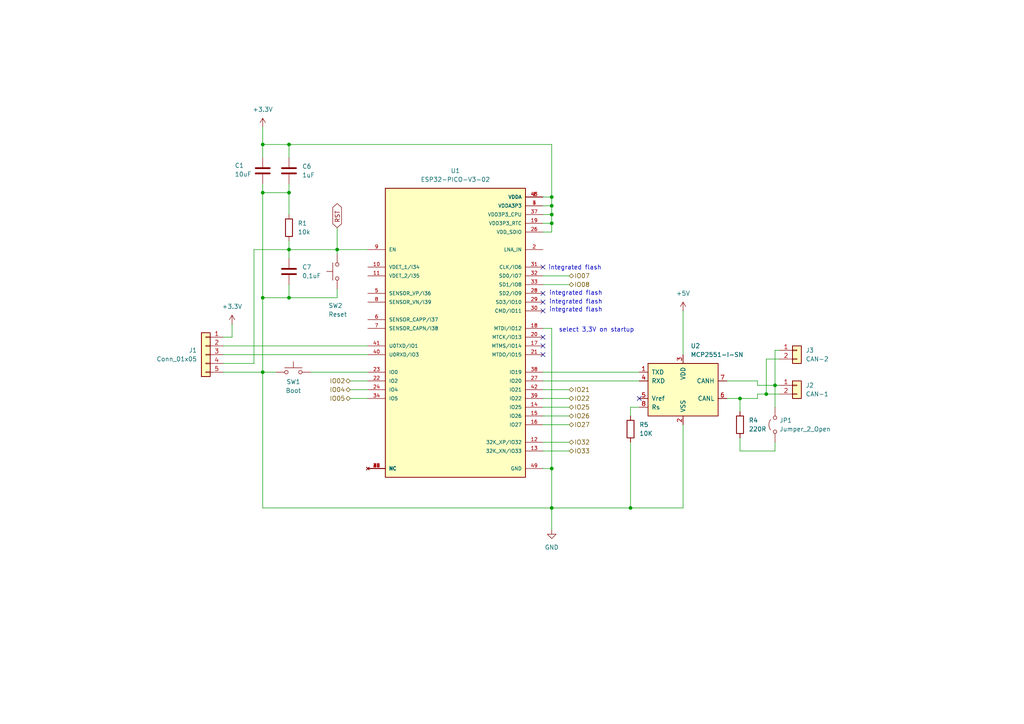
<source format=kicad_sch>
(kicad_sch
	(version 20231120)
	(generator "eeschema")
	(generator_version "8.0")
	(uuid "03f3e1db-96c7-4fd4-83ad-c10e81925dff")
	(paper "A4")
	(lib_symbols
		(symbol "Connector_Generic:Conn_01x02"
			(pin_names
				(offset 1.016) hide)
			(exclude_from_sim no)
			(in_bom yes)
			(on_board yes)
			(property "Reference" "J"
				(at 0 2.54 0)
				(effects
					(font
						(size 1.27 1.27)
					)
				)
			)
			(property "Value" "Conn_01x02"
				(at 0 -5.08 0)
				(effects
					(font
						(size 1.27 1.27)
					)
				)
			)
			(property "Footprint" ""
				(at 0 0 0)
				(effects
					(font
						(size 1.27 1.27)
					)
					(hide yes)
				)
			)
			(property "Datasheet" "~"
				(at 0 0 0)
				(effects
					(font
						(size 1.27 1.27)
					)
					(hide yes)
				)
			)
			(property "Description" "Generic connector, single row, 01x02, script generated (kicad-library-utils/schlib/autogen/connector/)"
				(at 0 0 0)
				(effects
					(font
						(size 1.27 1.27)
					)
					(hide yes)
				)
			)
			(property "ki_keywords" "connector"
				(at 0 0 0)
				(effects
					(font
						(size 1.27 1.27)
					)
					(hide yes)
				)
			)
			(property "ki_fp_filters" "Connector*:*_1x??_*"
				(at 0 0 0)
				(effects
					(font
						(size 1.27 1.27)
					)
					(hide yes)
				)
			)
			(symbol "Conn_01x02_1_1"
				(rectangle
					(start -1.27 -2.413)
					(end 0 -2.667)
					(stroke
						(width 0.1524)
						(type default)
					)
					(fill
						(type none)
					)
				)
				(rectangle
					(start -1.27 0.127)
					(end 0 -0.127)
					(stroke
						(width 0.1524)
						(type default)
					)
					(fill
						(type none)
					)
				)
				(rectangle
					(start -1.27 1.27)
					(end 1.27 -3.81)
					(stroke
						(width 0.254)
						(type default)
					)
					(fill
						(type background)
					)
				)
				(pin passive line
					(at -5.08 0 0)
					(length 3.81)
					(name "Pin_1"
						(effects
							(font
								(size 1.27 1.27)
							)
						)
					)
					(number "1"
						(effects
							(font
								(size 1.27 1.27)
							)
						)
					)
				)
				(pin passive line
					(at -5.08 -2.54 0)
					(length 3.81)
					(name "Pin_2"
						(effects
							(font
								(size 1.27 1.27)
							)
						)
					)
					(number "2"
						(effects
							(font
								(size 1.27 1.27)
							)
						)
					)
				)
			)
		)
		(symbol "Connector_Generic:Conn_01x05"
			(pin_names
				(offset 1.016) hide)
			(exclude_from_sim no)
			(in_bom yes)
			(on_board yes)
			(property "Reference" "J"
				(at 0 7.62 0)
				(effects
					(font
						(size 1.27 1.27)
					)
				)
			)
			(property "Value" "Conn_01x05"
				(at 0 -7.62 0)
				(effects
					(font
						(size 1.27 1.27)
					)
				)
			)
			(property "Footprint" ""
				(at 0 0 0)
				(effects
					(font
						(size 1.27 1.27)
					)
					(hide yes)
				)
			)
			(property "Datasheet" "~"
				(at 0 0 0)
				(effects
					(font
						(size 1.27 1.27)
					)
					(hide yes)
				)
			)
			(property "Description" "Generic connector, single row, 01x05, script generated (kicad-library-utils/schlib/autogen/connector/)"
				(at 0 0 0)
				(effects
					(font
						(size 1.27 1.27)
					)
					(hide yes)
				)
			)
			(property "ki_keywords" "connector"
				(at 0 0 0)
				(effects
					(font
						(size 1.27 1.27)
					)
					(hide yes)
				)
			)
			(property "ki_fp_filters" "Connector*:*_1x??_*"
				(at 0 0 0)
				(effects
					(font
						(size 1.27 1.27)
					)
					(hide yes)
				)
			)
			(symbol "Conn_01x05_1_1"
				(rectangle
					(start -1.27 -4.953)
					(end 0 -5.207)
					(stroke
						(width 0.1524)
						(type default)
					)
					(fill
						(type none)
					)
				)
				(rectangle
					(start -1.27 -2.413)
					(end 0 -2.667)
					(stroke
						(width 0.1524)
						(type default)
					)
					(fill
						(type none)
					)
				)
				(rectangle
					(start -1.27 0.127)
					(end 0 -0.127)
					(stroke
						(width 0.1524)
						(type default)
					)
					(fill
						(type none)
					)
				)
				(rectangle
					(start -1.27 2.667)
					(end 0 2.413)
					(stroke
						(width 0.1524)
						(type default)
					)
					(fill
						(type none)
					)
				)
				(rectangle
					(start -1.27 5.207)
					(end 0 4.953)
					(stroke
						(width 0.1524)
						(type default)
					)
					(fill
						(type none)
					)
				)
				(rectangle
					(start -1.27 6.35)
					(end 1.27 -6.35)
					(stroke
						(width 0.254)
						(type default)
					)
					(fill
						(type background)
					)
				)
				(pin passive line
					(at -5.08 5.08 0)
					(length 3.81)
					(name "Pin_1"
						(effects
							(font
								(size 1.27 1.27)
							)
						)
					)
					(number "1"
						(effects
							(font
								(size 1.27 1.27)
							)
						)
					)
				)
				(pin passive line
					(at -5.08 2.54 0)
					(length 3.81)
					(name "Pin_2"
						(effects
							(font
								(size 1.27 1.27)
							)
						)
					)
					(number "2"
						(effects
							(font
								(size 1.27 1.27)
							)
						)
					)
				)
				(pin passive line
					(at -5.08 0 0)
					(length 3.81)
					(name "Pin_3"
						(effects
							(font
								(size 1.27 1.27)
							)
						)
					)
					(number "3"
						(effects
							(font
								(size 1.27 1.27)
							)
						)
					)
				)
				(pin passive line
					(at -5.08 -2.54 0)
					(length 3.81)
					(name "Pin_4"
						(effects
							(font
								(size 1.27 1.27)
							)
						)
					)
					(number "4"
						(effects
							(font
								(size 1.27 1.27)
							)
						)
					)
				)
				(pin passive line
					(at -5.08 -5.08 0)
					(length 3.81)
					(name "Pin_5"
						(effects
							(font
								(size 1.27 1.27)
							)
						)
					)
					(number "5"
						(effects
							(font
								(size 1.27 1.27)
							)
						)
					)
				)
			)
		)
		(symbol "Device:C"
			(pin_numbers hide)
			(pin_names
				(offset 0.254)
			)
			(exclude_from_sim no)
			(in_bom yes)
			(on_board yes)
			(property "Reference" "C"
				(at 0.635 2.54 0)
				(effects
					(font
						(size 1.27 1.27)
					)
					(justify left)
				)
			)
			(property "Value" "C"
				(at 0.635 -2.54 0)
				(effects
					(font
						(size 1.27 1.27)
					)
					(justify left)
				)
			)
			(property "Footprint" ""
				(at 0.9652 -3.81 0)
				(effects
					(font
						(size 1.27 1.27)
					)
					(hide yes)
				)
			)
			(property "Datasheet" "~"
				(at 0 0 0)
				(effects
					(font
						(size 1.27 1.27)
					)
					(hide yes)
				)
			)
			(property "Description" "Unpolarized capacitor"
				(at 0 0 0)
				(effects
					(font
						(size 1.27 1.27)
					)
					(hide yes)
				)
			)
			(property "ki_keywords" "cap capacitor"
				(at 0 0 0)
				(effects
					(font
						(size 1.27 1.27)
					)
					(hide yes)
				)
			)
			(property "ki_fp_filters" "C_*"
				(at 0 0 0)
				(effects
					(font
						(size 1.27 1.27)
					)
					(hide yes)
				)
			)
			(symbol "C_0_1"
				(polyline
					(pts
						(xy -2.032 -0.762) (xy 2.032 -0.762)
					)
					(stroke
						(width 0.508)
						(type default)
					)
					(fill
						(type none)
					)
				)
				(polyline
					(pts
						(xy -2.032 0.762) (xy 2.032 0.762)
					)
					(stroke
						(width 0.508)
						(type default)
					)
					(fill
						(type none)
					)
				)
			)
			(symbol "C_1_1"
				(pin passive line
					(at 0 3.81 270)
					(length 2.794)
					(name "~"
						(effects
							(font
								(size 1.27 1.27)
							)
						)
					)
					(number "1"
						(effects
							(font
								(size 1.27 1.27)
							)
						)
					)
				)
				(pin passive line
					(at 0 -3.81 90)
					(length 2.794)
					(name "~"
						(effects
							(font
								(size 1.27 1.27)
							)
						)
					)
					(number "2"
						(effects
							(font
								(size 1.27 1.27)
							)
						)
					)
				)
			)
		)
		(symbol "Device:R"
			(pin_numbers hide)
			(pin_names
				(offset 0)
			)
			(exclude_from_sim no)
			(in_bom yes)
			(on_board yes)
			(property "Reference" "R"
				(at 2.032 0 90)
				(effects
					(font
						(size 1.27 1.27)
					)
				)
			)
			(property "Value" "R"
				(at 0 0 90)
				(effects
					(font
						(size 1.27 1.27)
					)
				)
			)
			(property "Footprint" ""
				(at -1.778 0 90)
				(effects
					(font
						(size 1.27 1.27)
					)
					(hide yes)
				)
			)
			(property "Datasheet" "~"
				(at 0 0 0)
				(effects
					(font
						(size 1.27 1.27)
					)
					(hide yes)
				)
			)
			(property "Description" "Resistor"
				(at 0 0 0)
				(effects
					(font
						(size 1.27 1.27)
					)
					(hide yes)
				)
			)
			(property "ki_keywords" "R res resistor"
				(at 0 0 0)
				(effects
					(font
						(size 1.27 1.27)
					)
					(hide yes)
				)
			)
			(property "ki_fp_filters" "R_*"
				(at 0 0 0)
				(effects
					(font
						(size 1.27 1.27)
					)
					(hide yes)
				)
			)
			(symbol "R_0_1"
				(rectangle
					(start -1.016 -2.54)
					(end 1.016 2.54)
					(stroke
						(width 0.254)
						(type default)
					)
					(fill
						(type none)
					)
				)
			)
			(symbol "R_1_1"
				(pin passive line
					(at 0 3.81 270)
					(length 1.27)
					(name "~"
						(effects
							(font
								(size 1.27 1.27)
							)
						)
					)
					(number "1"
						(effects
							(font
								(size 1.27 1.27)
							)
						)
					)
				)
				(pin passive line
					(at 0 -3.81 90)
					(length 1.27)
					(name "~"
						(effects
							(font
								(size 1.27 1.27)
							)
						)
					)
					(number "2"
						(effects
							(font
								(size 1.27 1.27)
							)
						)
					)
				)
			)
		)
		(symbol "ESP32-Pico:ESP32-PICO-V3-02"
			(pin_names
				(offset 1.016)
			)
			(exclude_from_sim no)
			(in_bom yes)
			(on_board yes)
			(property "Reference" "U"
				(at -20.32 43.942 0)
				(effects
					(font
						(size 1.27 1.27)
					)
					(justify left bottom)
				)
			)
			(property "Value" "ESP32-PICO-V3-02"
				(at -20.32 -43.18 0)
				(effects
					(font
						(size 1.27 1.27)
					)
					(justify left bottom)
				)
			)
			(property "Footprint" "ESP32-PICO-V3-02:XCVR_ESP32-PICO-V3-02"
				(at 0 0 0)
				(effects
					(font
						(size 1.27 1.27)
					)
					(justify bottom)
					(hide yes)
				)
			)
			(property "Datasheet" ""
				(at 0 0 0)
				(effects
					(font
						(size 1.27 1.27)
					)
					(hide yes)
				)
			)
			(property "Description" ""
				(at 0 0 0)
				(effects
					(font
						(size 1.27 1.27)
					)
					(hide yes)
				)
			)
			(property "MF" "Espressif Systems"
				(at 0 0 0)
				(effects
					(font
						(size 1.27 1.27)
					)
					(justify bottom)
					(hide yes)
				)
			)
			(property "MAXIMUM_PACKAGE_HEIGHT" "1.21mm"
				(at 0 0 0)
				(effects
					(font
						(size 1.27 1.27)
					)
					(justify bottom)
					(hide yes)
				)
			)
			(property "Package" "LFQFN-48 Espressif Systems"
				(at 0 0 0)
				(effects
					(font
						(size 1.27 1.27)
					)
					(justify bottom)
					(hide yes)
				)
			)
			(property "Price" "None"
				(at 0 0 0)
				(effects
					(font
						(size 1.27 1.27)
					)
					(justify bottom)
					(hide yes)
				)
			)
			(property "Check_prices" "https://www.snapeda.com/parts/ESP32-PICO-V3-02/Espressif+Systems/view-part/?ref=eda"
				(at 0 0 0)
				(effects
					(font
						(size 1.27 1.27)
					)
					(justify bottom)
					(hide yes)
				)
			)
			(property "STANDARD" "Manufacturer Recommendations"
				(at 0 0 0)
				(effects
					(font
						(size 1.27 1.27)
					)
					(justify bottom)
					(hide yes)
				)
			)
			(property "PARTREV" "1.0"
				(at 0 0 0)
				(effects
					(font
						(size 1.27 1.27)
					)
					(justify bottom)
					(hide yes)
				)
			)
			(property "SnapEDA_Link" "https://www.snapeda.com/parts/ESP32-PICO-V3-02/Espressif+Systems/view-part/?ref=snap"
				(at 0 0 0)
				(effects
					(font
						(size 1.27 1.27)
					)
					(justify bottom)
					(hide yes)
				)
			)
			(property "MP" "ESP32-PICO-V3-02"
				(at 0 0 0)
				(effects
					(font
						(size 1.27 1.27)
					)
					(justify bottom)
					(hide yes)
				)
			)
			(property "Description_1" "\n                        \n                            Bluetooth, WiFi 802.11b/g/n, Bluetooth v4.2 Transceiver Module 2.412GHz ~ 2.484GHz Antenna Not Included, I-PEX Surface Mount\n                        \n"
				(at 0 0 0)
				(effects
					(font
						(size 1.27 1.27)
					)
					(justify bottom)
					(hide yes)
				)
			)
			(property "Availability" "In Stock"
				(at 0 0 0)
				(effects
					(font
						(size 1.27 1.27)
					)
					(justify bottom)
					(hide yes)
				)
			)
			(property "MANUFACTURER" "Espressif Systems"
				(at 0 0 0)
				(effects
					(font
						(size 1.27 1.27)
					)
					(justify bottom)
					(hide yes)
				)
			)
			(symbol "ESP32-PICO-V3-02_0_0"
				(rectangle
					(start -20.32 -40.64)
					(end 20.32 43.18)
					(stroke
						(width 0.254)
						(type default)
					)
					(fill
						(type background)
					)
				)
				(pin power_in line
					(at 25.4 40.64 180)
					(length 5.08)
					(name "VDDA"
						(effects
							(font
								(size 1.016 1.016)
							)
						)
					)
					(number "1"
						(effects
							(font
								(size 1.016 1.016)
							)
						)
					)
				)
				(pin input line
					(at -25.4 20.32 0)
					(length 5.08)
					(name "VDET_1/I34"
						(effects
							(font
								(size 1.016 1.016)
							)
						)
					)
					(number "10"
						(effects
							(font
								(size 1.016 1.016)
							)
						)
					)
				)
				(pin input line
					(at -25.4 17.78 0)
					(length 5.08)
					(name "VDET_2/I35"
						(effects
							(font
								(size 1.016 1.016)
							)
						)
					)
					(number "11"
						(effects
							(font
								(size 1.016 1.016)
							)
						)
					)
				)
				(pin bidirectional line
					(at 25.4 -30.48 180)
					(length 5.08)
					(name "32K_XP/IO32"
						(effects
							(font
								(size 1.016 1.016)
							)
						)
					)
					(number "12"
						(effects
							(font
								(size 1.016 1.016)
							)
						)
					)
				)
				(pin bidirectional line
					(at 25.4 -33.02 180)
					(length 5.08)
					(name "32K_XN/IO33"
						(effects
							(font
								(size 1.016 1.016)
							)
						)
					)
					(number "13"
						(effects
							(font
								(size 1.016 1.016)
							)
						)
					)
				)
				(pin bidirectional line
					(at 25.4 -20.32 180)
					(length 5.08)
					(name "IO25"
						(effects
							(font
								(size 1.016 1.016)
							)
						)
					)
					(number "14"
						(effects
							(font
								(size 1.016 1.016)
							)
						)
					)
				)
				(pin bidirectional line
					(at 25.4 -22.86 180)
					(length 5.08)
					(name "IO26"
						(effects
							(font
								(size 1.016 1.016)
							)
						)
					)
					(number "15"
						(effects
							(font
								(size 1.016 1.016)
							)
						)
					)
				)
				(pin bidirectional line
					(at 25.4 -25.4 180)
					(length 5.08)
					(name "IO27"
						(effects
							(font
								(size 1.016 1.016)
							)
						)
					)
					(number "16"
						(effects
							(font
								(size 1.016 1.016)
							)
						)
					)
				)
				(pin bidirectional line
					(at 25.4 -2.54 180)
					(length 5.08)
					(name "MTMS/IO14"
						(effects
							(font
								(size 1.016 1.016)
							)
						)
					)
					(number "17"
						(effects
							(font
								(size 1.016 1.016)
							)
						)
					)
				)
				(pin bidirectional line
					(at 25.4 2.54 180)
					(length 5.08)
					(name "MTDI/IO12"
						(effects
							(font
								(size 1.016 1.016)
							)
						)
					)
					(number "18"
						(effects
							(font
								(size 1.016 1.016)
							)
						)
					)
				)
				(pin power_in line
					(at 25.4 33.02 180)
					(length 5.08)
					(name "VDD3P3_RTC"
						(effects
							(font
								(size 1.016 1.016)
							)
						)
					)
					(number "19"
						(effects
							(font
								(size 1.016 1.016)
							)
						)
					)
				)
				(pin bidirectional line
					(at 25.4 25.4 180)
					(length 5.08)
					(name "LNA_IN"
						(effects
							(font
								(size 1.016 1.016)
							)
						)
					)
					(number "2"
						(effects
							(font
								(size 1.016 1.016)
							)
						)
					)
				)
				(pin bidirectional line
					(at 25.4 0 180)
					(length 5.08)
					(name "MTCK/IO13"
						(effects
							(font
								(size 1.016 1.016)
							)
						)
					)
					(number "20"
						(effects
							(font
								(size 1.016 1.016)
							)
						)
					)
				)
				(pin bidirectional line
					(at 25.4 -5.08 180)
					(length 5.08)
					(name "MTDO/IO15"
						(effects
							(font
								(size 1.016 1.016)
							)
						)
					)
					(number "21"
						(effects
							(font
								(size 1.016 1.016)
							)
						)
					)
				)
				(pin bidirectional line
					(at -25.4 -12.7 0)
					(length 5.08)
					(name "IO2"
						(effects
							(font
								(size 1.016 1.016)
							)
						)
					)
					(number "22"
						(effects
							(font
								(size 1.016 1.016)
							)
						)
					)
				)
				(pin bidirectional line
					(at -25.4 -10.16 0)
					(length 5.08)
					(name "IO0"
						(effects
							(font
								(size 1.016 1.016)
							)
						)
					)
					(number "23"
						(effects
							(font
								(size 1.016 1.016)
							)
						)
					)
				)
				(pin bidirectional line
					(at -25.4 -15.24 0)
					(length 5.08)
					(name "IO4"
						(effects
							(font
								(size 1.016 1.016)
							)
						)
					)
					(number "24"
						(effects
							(font
								(size 1.016 1.016)
							)
						)
					)
				)
				(pin no_connect line
					(at -25.4 -38.1 0)
					(length 5.08)
					(name "NC"
						(effects
							(font
								(size 1.016 1.016)
							)
						)
					)
					(number "25"
						(effects
							(font
								(size 1.016 1.016)
							)
						)
					)
				)
				(pin power_in line
					(at 25.4 30.48 180)
					(length 5.08)
					(name "VDD_SDIO"
						(effects
							(font
								(size 1.016 1.016)
							)
						)
					)
					(number "26"
						(effects
							(font
								(size 1.016 1.016)
							)
						)
					)
				)
				(pin bidirectional line
					(at 25.4 -12.7 180)
					(length 5.08)
					(name "IO20"
						(effects
							(font
								(size 1.016 1.016)
							)
						)
					)
					(number "27"
						(effects
							(font
								(size 1.016 1.016)
							)
						)
					)
				)
				(pin bidirectional line
					(at 25.4 12.7 180)
					(length 5.08)
					(name "SD2/IO9"
						(effects
							(font
								(size 1.016 1.016)
							)
						)
					)
					(number "28"
						(effects
							(font
								(size 1.016 1.016)
							)
						)
					)
				)
				(pin bidirectional line
					(at 25.4 10.16 180)
					(length 5.08)
					(name "SD3/IO10"
						(effects
							(font
								(size 1.016 1.016)
							)
						)
					)
					(number "29"
						(effects
							(font
								(size 1.016 1.016)
							)
						)
					)
				)
				(pin power_in line
					(at 25.4 38.1 180)
					(length 5.08)
					(name "VDDA3P3"
						(effects
							(font
								(size 1.016 1.016)
							)
						)
					)
					(number "3"
						(effects
							(font
								(size 1.016 1.016)
							)
						)
					)
				)
				(pin bidirectional line
					(at 25.4 7.62 180)
					(length 5.08)
					(name "CMD/IO11"
						(effects
							(font
								(size 1.016 1.016)
							)
						)
					)
					(number "30"
						(effects
							(font
								(size 1.016 1.016)
							)
						)
					)
				)
				(pin bidirectional line
					(at 25.4 20.32 180)
					(length 5.08)
					(name "CLK/IO6"
						(effects
							(font
								(size 1.016 1.016)
							)
						)
					)
					(number "31"
						(effects
							(font
								(size 1.016 1.016)
							)
						)
					)
				)
				(pin bidirectional line
					(at 25.4 17.78 180)
					(length 5.08)
					(name "SD0/IO7"
						(effects
							(font
								(size 1.016 1.016)
							)
						)
					)
					(number "32"
						(effects
							(font
								(size 1.016 1.016)
							)
						)
					)
				)
				(pin bidirectional line
					(at 25.4 15.24 180)
					(length 5.08)
					(name "SD1/IO8"
						(effects
							(font
								(size 1.016 1.016)
							)
						)
					)
					(number "33"
						(effects
							(font
								(size 1.016 1.016)
							)
						)
					)
				)
				(pin bidirectional line
					(at -25.4 -17.78 0)
					(length 5.08)
					(name "IO5"
						(effects
							(font
								(size 1.016 1.016)
							)
						)
					)
					(number "34"
						(effects
							(font
								(size 1.016 1.016)
							)
						)
					)
				)
				(pin no_connect line
					(at -25.4 -38.1 0)
					(length 5.08)
					(name "NC"
						(effects
							(font
								(size 1.016 1.016)
							)
						)
					)
					(number "35"
						(effects
							(font
								(size 1.016 1.016)
							)
						)
					)
				)
				(pin no_connect line
					(at -25.4 -38.1 0)
					(length 5.08)
					(name "NC"
						(effects
							(font
								(size 1.016 1.016)
							)
						)
					)
					(number "36"
						(effects
							(font
								(size 1.016 1.016)
							)
						)
					)
				)
				(pin power_in line
					(at 25.4 35.56 180)
					(length 5.08)
					(name "VDD3P3_CPU"
						(effects
							(font
								(size 1.016 1.016)
							)
						)
					)
					(number "37"
						(effects
							(font
								(size 1.016 1.016)
							)
						)
					)
				)
				(pin bidirectional line
					(at 25.4 -10.16 180)
					(length 5.08)
					(name "IO19"
						(effects
							(font
								(size 1.016 1.016)
							)
						)
					)
					(number "38"
						(effects
							(font
								(size 1.016 1.016)
							)
						)
					)
				)
				(pin bidirectional line
					(at 25.4 -17.78 180)
					(length 5.08)
					(name "IO22"
						(effects
							(font
								(size 1.016 1.016)
							)
						)
					)
					(number "39"
						(effects
							(font
								(size 1.016 1.016)
							)
						)
					)
				)
				(pin power_in line
					(at 25.4 38.1 180)
					(length 5.08)
					(name "VDDA3P3"
						(effects
							(font
								(size 1.016 1.016)
							)
						)
					)
					(number "4"
						(effects
							(font
								(size 1.016 1.016)
							)
						)
					)
				)
				(pin bidirectional line
					(at -25.4 -5.08 0)
					(length 5.08)
					(name "U0RXD/IO3"
						(effects
							(font
								(size 1.016 1.016)
							)
						)
					)
					(number "40"
						(effects
							(font
								(size 1.016 1.016)
							)
						)
					)
				)
				(pin bidirectional line
					(at -25.4 -2.54 0)
					(length 5.08)
					(name "U0TXD/IO1"
						(effects
							(font
								(size 1.016 1.016)
							)
						)
					)
					(number "41"
						(effects
							(font
								(size 1.016 1.016)
							)
						)
					)
				)
				(pin bidirectional line
					(at 25.4 -15.24 180)
					(length 5.08)
					(name "IO21"
						(effects
							(font
								(size 1.016 1.016)
							)
						)
					)
					(number "42"
						(effects
							(font
								(size 1.016 1.016)
							)
						)
					)
				)
				(pin power_in line
					(at 25.4 40.64 180)
					(length 5.08)
					(name "VDDA"
						(effects
							(font
								(size 1.016 1.016)
							)
						)
					)
					(number "43"
						(effects
							(font
								(size 1.016 1.016)
							)
						)
					)
				)
				(pin no_connect line
					(at -25.4 -38.1 0)
					(length 5.08)
					(name "NC"
						(effects
							(font
								(size 1.016 1.016)
							)
						)
					)
					(number "44"
						(effects
							(font
								(size 1.016 1.016)
							)
						)
					)
				)
				(pin no_connect line
					(at -25.4 -38.1 0)
					(length 5.08)
					(name "NC"
						(effects
							(font
								(size 1.016 1.016)
							)
						)
					)
					(number "45"
						(effects
							(font
								(size 1.016 1.016)
							)
						)
					)
				)
				(pin power_in line
					(at 25.4 40.64 180)
					(length 5.08)
					(name "VDDA"
						(effects
							(font
								(size 1.016 1.016)
							)
						)
					)
					(number "46"
						(effects
							(font
								(size 1.016 1.016)
							)
						)
					)
				)
				(pin no_connect line
					(at -25.4 -38.1 0)
					(length 5.08)
					(name "NC"
						(effects
							(font
								(size 1.016 1.016)
							)
						)
					)
					(number "47"
						(effects
							(font
								(size 1.016 1.016)
							)
						)
					)
				)
				(pin no_connect line
					(at -25.4 -38.1 0)
					(length 5.08)
					(name "NC"
						(effects
							(font
								(size 1.016 1.016)
							)
						)
					)
					(number "48"
						(effects
							(font
								(size 1.016 1.016)
							)
						)
					)
				)
				(pin power_in line
					(at 25.4 -38.1 180)
					(length 5.08)
					(name "GND"
						(effects
							(font
								(size 1.016 1.016)
							)
						)
					)
					(number "49"
						(effects
							(font
								(size 1.016 1.016)
							)
						)
					)
				)
				(pin input line
					(at -25.4 12.7 0)
					(length 5.08)
					(name "SENSOR_VP/I36"
						(effects
							(font
								(size 1.016 1.016)
							)
						)
					)
					(number "5"
						(effects
							(font
								(size 1.016 1.016)
							)
						)
					)
				)
				(pin input line
					(at -25.4 5.08 0)
					(length 5.08)
					(name "SENSOR_CAPP/I37"
						(effects
							(font
								(size 1.016 1.016)
							)
						)
					)
					(number "6"
						(effects
							(font
								(size 1.016 1.016)
							)
						)
					)
				)
				(pin input line
					(at -25.4 2.54 0)
					(length 5.08)
					(name "SENSOR_CAPN/I38"
						(effects
							(font
								(size 1.016 1.016)
							)
						)
					)
					(number "7"
						(effects
							(font
								(size 1.016 1.016)
							)
						)
					)
				)
				(pin input line
					(at -25.4 10.16 0)
					(length 5.08)
					(name "SENSOR_VN/I39"
						(effects
							(font
								(size 1.016 1.016)
							)
						)
					)
					(number "8"
						(effects
							(font
								(size 1.016 1.016)
							)
						)
					)
				)
				(pin input line
					(at -25.4 25.4 0)
					(length 5.08)
					(name "EN"
						(effects
							(font
								(size 1.016 1.016)
							)
						)
					)
					(number "9"
						(effects
							(font
								(size 1.016 1.016)
							)
						)
					)
				)
			)
		)
		(symbol "Interface_CAN_LIN:MCP2551-I-SN"
			(pin_names
				(offset 1.016)
			)
			(exclude_from_sim no)
			(in_bom yes)
			(on_board yes)
			(property "Reference" "U"
				(at -10.16 8.89 0)
				(effects
					(font
						(size 1.27 1.27)
					)
					(justify left)
				)
			)
			(property "Value" "MCP2551-I-SN"
				(at 2.54 8.89 0)
				(effects
					(font
						(size 1.27 1.27)
					)
					(justify left)
				)
			)
			(property "Footprint" "Package_SO:SOIC-8_3.9x4.9mm_P1.27mm"
				(at 0 -12.7 0)
				(effects
					(font
						(size 1.27 1.27)
						(italic yes)
					)
					(hide yes)
				)
			)
			(property "Datasheet" "http://ww1.microchip.com/downloads/en/devicedoc/21667d.pdf"
				(at 0 0 0)
				(effects
					(font
						(size 1.27 1.27)
					)
					(hide yes)
				)
			)
			(property "Description" "High-Speed CAN Transceiver, 1Mbps, 5V supply, SOIC-8"
				(at 0 0 0)
				(effects
					(font
						(size 1.27 1.27)
					)
					(hide yes)
				)
			)
			(property "ki_keywords" "High-Speed CAN Transceiver"
				(at 0 0 0)
				(effects
					(font
						(size 1.27 1.27)
					)
					(hide yes)
				)
			)
			(property "ki_fp_filters" "SOIC*3.9x4.9mm*P1.27mm*"
				(at 0 0 0)
				(effects
					(font
						(size 1.27 1.27)
					)
					(hide yes)
				)
			)
			(symbol "MCP2551-I-SN_0_1"
				(rectangle
					(start -10.16 7.62)
					(end 10.16 -7.62)
					(stroke
						(width 0.254)
						(type default)
					)
					(fill
						(type background)
					)
				)
			)
			(symbol "MCP2551-I-SN_1_1"
				(pin input line
					(at -12.7 5.08 0)
					(length 2.54)
					(name "TXD"
						(effects
							(font
								(size 1.27 1.27)
							)
						)
					)
					(number "1"
						(effects
							(font
								(size 1.27 1.27)
							)
						)
					)
				)
				(pin power_in line
					(at 0 -10.16 90)
					(length 2.54)
					(name "VSS"
						(effects
							(font
								(size 1.27 1.27)
							)
						)
					)
					(number "2"
						(effects
							(font
								(size 1.27 1.27)
							)
						)
					)
				)
				(pin power_in line
					(at 0 10.16 270)
					(length 2.54)
					(name "VDD"
						(effects
							(font
								(size 1.27 1.27)
							)
						)
					)
					(number "3"
						(effects
							(font
								(size 1.27 1.27)
							)
						)
					)
				)
				(pin output line
					(at -12.7 2.54 0)
					(length 2.54)
					(name "RXD"
						(effects
							(font
								(size 1.27 1.27)
							)
						)
					)
					(number "4"
						(effects
							(font
								(size 1.27 1.27)
							)
						)
					)
				)
				(pin power_out line
					(at -12.7 -2.54 0)
					(length 2.54)
					(name "Vref"
						(effects
							(font
								(size 1.27 1.27)
							)
						)
					)
					(number "5"
						(effects
							(font
								(size 1.27 1.27)
							)
						)
					)
				)
				(pin bidirectional line
					(at 12.7 -2.54 180)
					(length 2.54)
					(name "CANL"
						(effects
							(font
								(size 1.27 1.27)
							)
						)
					)
					(number "6"
						(effects
							(font
								(size 1.27 1.27)
							)
						)
					)
				)
				(pin bidirectional line
					(at 12.7 2.54 180)
					(length 2.54)
					(name "CANH"
						(effects
							(font
								(size 1.27 1.27)
							)
						)
					)
					(number "7"
						(effects
							(font
								(size 1.27 1.27)
							)
						)
					)
				)
				(pin input line
					(at -12.7 -5.08 0)
					(length 2.54)
					(name "Rs"
						(effects
							(font
								(size 1.27 1.27)
							)
						)
					)
					(number "8"
						(effects
							(font
								(size 1.27 1.27)
							)
						)
					)
				)
			)
		)
		(symbol "Jumper:Jumper_2_Open"
			(pin_numbers hide)
			(pin_names
				(offset 0) hide)
			(exclude_from_sim yes)
			(in_bom yes)
			(on_board yes)
			(property "Reference" "JP"
				(at 0 2.794 0)
				(effects
					(font
						(size 1.27 1.27)
					)
				)
			)
			(property "Value" "Jumper_2_Open"
				(at 0 -2.286 0)
				(effects
					(font
						(size 1.27 1.27)
					)
				)
			)
			(property "Footprint" ""
				(at 0 0 0)
				(effects
					(font
						(size 1.27 1.27)
					)
					(hide yes)
				)
			)
			(property "Datasheet" "~"
				(at 0 0 0)
				(effects
					(font
						(size 1.27 1.27)
					)
					(hide yes)
				)
			)
			(property "Description" "Jumper, 2-pole, open"
				(at 0 0 0)
				(effects
					(font
						(size 1.27 1.27)
					)
					(hide yes)
				)
			)
			(property "ki_keywords" "Jumper SPST"
				(at 0 0 0)
				(effects
					(font
						(size 1.27 1.27)
					)
					(hide yes)
				)
			)
			(property "ki_fp_filters" "Jumper* TestPoint*2Pads* TestPoint*Bridge*"
				(at 0 0 0)
				(effects
					(font
						(size 1.27 1.27)
					)
					(hide yes)
				)
			)
			(symbol "Jumper_2_Open_0_0"
				(circle
					(center -2.032 0)
					(radius 0.508)
					(stroke
						(width 0)
						(type default)
					)
					(fill
						(type none)
					)
				)
				(circle
					(center 2.032 0)
					(radius 0.508)
					(stroke
						(width 0)
						(type default)
					)
					(fill
						(type none)
					)
				)
			)
			(symbol "Jumper_2_Open_0_1"
				(arc
					(start 1.524 1.27)
					(mid 0 1.778)
					(end -1.524 1.27)
					(stroke
						(width 0)
						(type default)
					)
					(fill
						(type none)
					)
				)
			)
			(symbol "Jumper_2_Open_1_1"
				(pin passive line
					(at -5.08 0 0)
					(length 2.54)
					(name "A"
						(effects
							(font
								(size 1.27 1.27)
							)
						)
					)
					(number "1"
						(effects
							(font
								(size 1.27 1.27)
							)
						)
					)
				)
				(pin passive line
					(at 5.08 0 180)
					(length 2.54)
					(name "B"
						(effects
							(font
								(size 1.27 1.27)
							)
						)
					)
					(number "2"
						(effects
							(font
								(size 1.27 1.27)
							)
						)
					)
				)
			)
		)
		(symbol "Switch:SW_Push"
			(pin_numbers hide)
			(pin_names
				(offset 1.016) hide)
			(exclude_from_sim no)
			(in_bom yes)
			(on_board yes)
			(property "Reference" "SW"
				(at 1.27 2.54 0)
				(effects
					(font
						(size 1.27 1.27)
					)
					(justify left)
				)
			)
			(property "Value" "SW_Push"
				(at 0 -1.524 0)
				(effects
					(font
						(size 1.27 1.27)
					)
				)
			)
			(property "Footprint" ""
				(at 0 5.08 0)
				(effects
					(font
						(size 1.27 1.27)
					)
					(hide yes)
				)
			)
			(property "Datasheet" "~"
				(at 0 5.08 0)
				(effects
					(font
						(size 1.27 1.27)
					)
					(hide yes)
				)
			)
			(property "Description" "Push button switch, generic, two pins"
				(at 0 0 0)
				(effects
					(font
						(size 1.27 1.27)
					)
					(hide yes)
				)
			)
			(property "ki_keywords" "switch normally-open pushbutton push-button"
				(at 0 0 0)
				(effects
					(font
						(size 1.27 1.27)
					)
					(hide yes)
				)
			)
			(symbol "SW_Push_0_1"
				(circle
					(center -2.032 0)
					(radius 0.508)
					(stroke
						(width 0)
						(type default)
					)
					(fill
						(type none)
					)
				)
				(polyline
					(pts
						(xy 0 1.27) (xy 0 3.048)
					)
					(stroke
						(width 0)
						(type default)
					)
					(fill
						(type none)
					)
				)
				(polyline
					(pts
						(xy 2.54 1.27) (xy -2.54 1.27)
					)
					(stroke
						(width 0)
						(type default)
					)
					(fill
						(type none)
					)
				)
				(circle
					(center 2.032 0)
					(radius 0.508)
					(stroke
						(width 0)
						(type default)
					)
					(fill
						(type none)
					)
				)
				(pin passive line
					(at -5.08 0 0)
					(length 2.54)
					(name "1"
						(effects
							(font
								(size 1.27 1.27)
							)
						)
					)
					(number "1"
						(effects
							(font
								(size 1.27 1.27)
							)
						)
					)
				)
				(pin passive line
					(at 5.08 0 180)
					(length 2.54)
					(name "2"
						(effects
							(font
								(size 1.27 1.27)
							)
						)
					)
					(number "2"
						(effects
							(font
								(size 1.27 1.27)
							)
						)
					)
				)
			)
		)
		(symbol "power:+3.3V"
			(power)
			(pin_numbers hide)
			(pin_names
				(offset 0) hide)
			(exclude_from_sim no)
			(in_bom yes)
			(on_board yes)
			(property "Reference" "#PWR"
				(at 0 -3.81 0)
				(effects
					(font
						(size 1.27 1.27)
					)
					(hide yes)
				)
			)
			(property "Value" "+3.3V"
				(at 0 3.556 0)
				(effects
					(font
						(size 1.27 1.27)
					)
				)
			)
			(property "Footprint" ""
				(at 0 0 0)
				(effects
					(font
						(size 1.27 1.27)
					)
					(hide yes)
				)
			)
			(property "Datasheet" ""
				(at 0 0 0)
				(effects
					(font
						(size 1.27 1.27)
					)
					(hide yes)
				)
			)
			(property "Description" "Power symbol creates a global label with name \"+3.3V\""
				(at 0 0 0)
				(effects
					(font
						(size 1.27 1.27)
					)
					(hide yes)
				)
			)
			(property "ki_keywords" "global power"
				(at 0 0 0)
				(effects
					(font
						(size 1.27 1.27)
					)
					(hide yes)
				)
			)
			(symbol "+3.3V_0_1"
				(polyline
					(pts
						(xy -0.762 1.27) (xy 0 2.54)
					)
					(stroke
						(width 0)
						(type default)
					)
					(fill
						(type none)
					)
				)
				(polyline
					(pts
						(xy 0 0) (xy 0 2.54)
					)
					(stroke
						(width 0)
						(type default)
					)
					(fill
						(type none)
					)
				)
				(polyline
					(pts
						(xy 0 2.54) (xy 0.762 1.27)
					)
					(stroke
						(width 0)
						(type default)
					)
					(fill
						(type none)
					)
				)
			)
			(symbol "+3.3V_1_1"
				(pin power_in line
					(at 0 0 90)
					(length 0)
					(name "~"
						(effects
							(font
								(size 1.27 1.27)
							)
						)
					)
					(number "1"
						(effects
							(font
								(size 1.27 1.27)
							)
						)
					)
				)
			)
		)
		(symbol "power:+5V"
			(power)
			(pin_numbers hide)
			(pin_names
				(offset 0) hide)
			(exclude_from_sim no)
			(in_bom yes)
			(on_board yes)
			(property "Reference" "#PWR"
				(at 0 -3.81 0)
				(effects
					(font
						(size 1.27 1.27)
					)
					(hide yes)
				)
			)
			(property "Value" "+5V"
				(at 0 3.556 0)
				(effects
					(font
						(size 1.27 1.27)
					)
				)
			)
			(property "Footprint" ""
				(at 0 0 0)
				(effects
					(font
						(size 1.27 1.27)
					)
					(hide yes)
				)
			)
			(property "Datasheet" ""
				(at 0 0 0)
				(effects
					(font
						(size 1.27 1.27)
					)
					(hide yes)
				)
			)
			(property "Description" "Power symbol creates a global label with name \"+5V\""
				(at 0 0 0)
				(effects
					(font
						(size 1.27 1.27)
					)
					(hide yes)
				)
			)
			(property "ki_keywords" "global power"
				(at 0 0 0)
				(effects
					(font
						(size 1.27 1.27)
					)
					(hide yes)
				)
			)
			(symbol "+5V_0_1"
				(polyline
					(pts
						(xy -0.762 1.27) (xy 0 2.54)
					)
					(stroke
						(width 0)
						(type default)
					)
					(fill
						(type none)
					)
				)
				(polyline
					(pts
						(xy 0 0) (xy 0 2.54)
					)
					(stroke
						(width 0)
						(type default)
					)
					(fill
						(type none)
					)
				)
				(polyline
					(pts
						(xy 0 2.54) (xy 0.762 1.27)
					)
					(stroke
						(width 0)
						(type default)
					)
					(fill
						(type none)
					)
				)
			)
			(symbol "+5V_1_1"
				(pin power_in line
					(at 0 0 90)
					(length 0)
					(name "~"
						(effects
							(font
								(size 1.27 1.27)
							)
						)
					)
					(number "1"
						(effects
							(font
								(size 1.27 1.27)
							)
						)
					)
				)
			)
		)
		(symbol "power:GND"
			(power)
			(pin_numbers hide)
			(pin_names
				(offset 0) hide)
			(exclude_from_sim no)
			(in_bom yes)
			(on_board yes)
			(property "Reference" "#PWR"
				(at 0 -6.35 0)
				(effects
					(font
						(size 1.27 1.27)
					)
					(hide yes)
				)
			)
			(property "Value" "GND"
				(at 0 -3.81 0)
				(effects
					(font
						(size 1.27 1.27)
					)
				)
			)
			(property "Footprint" ""
				(at 0 0 0)
				(effects
					(font
						(size 1.27 1.27)
					)
					(hide yes)
				)
			)
			(property "Datasheet" ""
				(at 0 0 0)
				(effects
					(font
						(size 1.27 1.27)
					)
					(hide yes)
				)
			)
			(property "Description" "Power symbol creates a global label with name \"GND\" , ground"
				(at 0 0 0)
				(effects
					(font
						(size 1.27 1.27)
					)
					(hide yes)
				)
			)
			(property "ki_keywords" "global power"
				(at 0 0 0)
				(effects
					(font
						(size 1.27 1.27)
					)
					(hide yes)
				)
			)
			(symbol "GND_0_1"
				(polyline
					(pts
						(xy 0 0) (xy 0 -1.27) (xy 1.27 -1.27) (xy 0 -2.54) (xy -1.27 -1.27) (xy 0 -1.27)
					)
					(stroke
						(width 0)
						(type default)
					)
					(fill
						(type none)
					)
				)
			)
			(symbol "GND_1_1"
				(pin power_in line
					(at 0 0 270)
					(length 0)
					(name "~"
						(effects
							(font
								(size 1.27 1.27)
							)
						)
					)
					(number "1"
						(effects
							(font
								(size 1.27 1.27)
							)
						)
					)
				)
			)
		)
	)
	(junction
		(at 222.25 114.3)
		(diameter 0)
		(color 0 0 0 0)
		(uuid "071b97d2-bcef-4fa3-82a3-d924ef0f4e03")
	)
	(junction
		(at 83.82 41.91)
		(diameter 0)
		(color 0 0 0 0)
		(uuid "1749e16e-487b-428f-ba6f-fb221150b4f6")
	)
	(junction
		(at 160.02 135.89)
		(diameter 0)
		(color 0 0 0 0)
		(uuid "21584a34-628b-429e-832c-7b2d40c990c2")
	)
	(junction
		(at 76.2 41.91)
		(diameter 0)
		(color 0 0 0 0)
		(uuid "23435192-0755-470c-92d7-4755edbcfd49")
	)
	(junction
		(at 160.02 62.23)
		(diameter 0)
		(color 0 0 0 0)
		(uuid "3098a307-b09c-4e2c-9d3f-07a331fb4669")
	)
	(junction
		(at 83.82 72.39)
		(diameter 0)
		(color 0 0 0 0)
		(uuid "30f6b8a2-16d7-4953-a1b8-8093aa12ab8c")
	)
	(junction
		(at 76.2 86.36)
		(diameter 0)
		(color 0 0 0 0)
		(uuid "48c184a8-e1da-4f3a-967a-ed029ee0033e")
	)
	(junction
		(at 83.82 86.36)
		(diameter 0)
		(color 0 0 0 0)
		(uuid "49d763f4-6864-4bd5-bd90-944ca3c00173")
	)
	(junction
		(at 214.63 115.57)
		(diameter 0)
		(color 0 0 0 0)
		(uuid "6f23eaf2-5205-47a3-95eb-f5d4c4c96c3b")
	)
	(junction
		(at 224.79 111.76)
		(diameter 0)
		(color 0 0 0 0)
		(uuid "86498498-e152-4b85-88dd-17cca7d89c5c")
	)
	(junction
		(at 160.02 147.32)
		(diameter 0)
		(color 0 0 0 0)
		(uuid "87c61212-4928-45b2-87b7-8faaaf938f50")
	)
	(junction
		(at 76.2 55.88)
		(diameter 0)
		(color 0 0 0 0)
		(uuid "88466610-deb2-4efb-bcc5-93dc7cc929d4")
	)
	(junction
		(at 76.2 107.95)
		(diameter 0)
		(color 0 0 0 0)
		(uuid "9fe16e96-bc36-4726-aee2-b41136de7531")
	)
	(junction
		(at 97.79 72.39)
		(diameter 0)
		(color 0 0 0 0)
		(uuid "a48c48a2-b0d4-41be-993a-4ce3a8e7434c")
	)
	(junction
		(at 160.02 57.15)
		(diameter 0)
		(color 0 0 0 0)
		(uuid "a735b424-611d-4200-876a-7aec645b3b06")
	)
	(junction
		(at 83.82 55.88)
		(diameter 0)
		(color 0 0 0 0)
		(uuid "bf3eb207-2c2c-464d-b2c1-8e35875db56a")
	)
	(junction
		(at 160.02 64.77)
		(diameter 0)
		(color 0 0 0 0)
		(uuid "e3d22ba8-d90e-4e48-9d80-a911685bf4ae")
	)
	(junction
		(at 160.02 59.69)
		(diameter 0)
		(color 0 0 0 0)
		(uuid "f2b30548-8b68-4c7e-a412-fd3220ff7885")
	)
	(junction
		(at 182.88 147.32)
		(diameter 0)
		(color 0 0 0 0)
		(uuid "fa68b47e-9e56-46c2-9efc-fdd821137008")
	)
	(no_connect
		(at 185.42 115.57)
		(uuid "03e50e58-25b6-4718-a6a8-3720741cec35")
	)
	(no_connect
		(at 157.48 100.33)
		(uuid "107b8a66-3268-4af0-9d85-74b8b7af8854")
	)
	(no_connect
		(at 157.48 90.17)
		(uuid "126f4dbb-e893-42dc-ae45-f8f9b262118b")
	)
	(no_connect
		(at 157.48 77.47)
		(uuid "658f4c74-d816-4d0b-9325-10fb3712cd93")
	)
	(no_connect
		(at 157.48 97.79)
		(uuid "6a30eb16-49c4-4a77-89a5-2249f023441a")
	)
	(no_connect
		(at 157.48 87.63)
		(uuid "88d5d5b6-3972-474c-a30f-2c8d9683013d")
	)
	(no_connect
		(at 157.48 102.87)
		(uuid "9322969c-7804-45f5-9d8c-ae492e778d29")
	)
	(no_connect
		(at 157.48 85.09)
		(uuid "a8524b5f-b812-4fd1-b787-569d43787fcc")
	)
	(wire
		(pts
			(xy 210.82 115.57) (xy 214.63 115.57)
		)
		(stroke
			(width 0)
			(type default)
		)
		(uuid "009bddba-6c12-4793-b77c-ef62388a6f1e")
	)
	(wire
		(pts
			(xy 214.63 115.57) (xy 219.71 115.57)
		)
		(stroke
			(width 0)
			(type default)
		)
		(uuid "0180b3c6-51a3-4c5c-b5d7-bb7e038eb3b2")
	)
	(wire
		(pts
			(xy 157.48 115.57) (xy 165.1 115.57)
		)
		(stroke
			(width 0)
			(type default)
		)
		(uuid "0252052b-3448-45b9-93d6-335404dac1dd")
	)
	(wire
		(pts
			(xy 64.77 105.41) (xy 73.66 105.41)
		)
		(stroke
			(width 0)
			(type default)
		)
		(uuid "0269f162-de34-44b2-9b05-f4a88872eaa0")
	)
	(wire
		(pts
			(xy 157.48 107.95) (xy 185.42 107.95)
		)
		(stroke
			(width 0)
			(type default)
		)
		(uuid "0341838a-2154-42ea-a633-037bbe5ead9f")
	)
	(wire
		(pts
			(xy 83.82 69.85) (xy 83.82 72.39)
		)
		(stroke
			(width 0)
			(type default)
		)
		(uuid "0446b1bb-6341-4cf7-95d3-e04f11fe7d64")
	)
	(wire
		(pts
			(xy 182.88 118.11) (xy 185.42 118.11)
		)
		(stroke
			(width 0)
			(type default)
		)
		(uuid "07aae952-6c28-4bee-9ddf-0615a9608965")
	)
	(wire
		(pts
			(xy 157.48 67.31) (xy 160.02 67.31)
		)
		(stroke
			(width 0)
			(type default)
		)
		(uuid "09a1ae00-b1d0-42c5-8f6c-1fd56f4e2139")
	)
	(wire
		(pts
			(xy 83.82 82.55) (xy 83.82 86.36)
		)
		(stroke
			(width 0)
			(type default)
		)
		(uuid "0c9487f4-77ff-4d67-a76a-7a10211eafbe")
	)
	(wire
		(pts
			(xy 83.82 41.91) (xy 76.2 41.91)
		)
		(stroke
			(width 0)
			(type default)
		)
		(uuid "15d2c8b9-cdc4-4a89-b85b-a59bbdc577ec")
	)
	(wire
		(pts
			(xy 76.2 107.95) (xy 76.2 86.36)
		)
		(stroke
			(width 0)
			(type default)
		)
		(uuid "1bbb6b8e-5e67-4f0d-99e6-0ebbf6b00cc9")
	)
	(wire
		(pts
			(xy 222.25 114.3) (xy 226.06 114.3)
		)
		(stroke
			(width 0)
			(type default)
		)
		(uuid "1ed5a862-6aa6-4c67-8043-d83a16b52c9e")
	)
	(wire
		(pts
			(xy 224.79 111.76) (xy 226.06 111.76)
		)
		(stroke
			(width 0)
			(type default)
		)
		(uuid "1f8d7060-8eb1-4fa7-9c7a-77f85f2d70a5")
	)
	(wire
		(pts
			(xy 97.79 83.82) (xy 97.79 86.36)
		)
		(stroke
			(width 0)
			(type default)
		)
		(uuid "2300dfdc-854c-44d8-a769-39a3d94b5698")
	)
	(wire
		(pts
			(xy 97.79 72.39) (xy 97.79 73.66)
		)
		(stroke
			(width 0)
			(type default)
		)
		(uuid "23115ebf-0ac1-4963-80f4-c4cefce49f87")
	)
	(wire
		(pts
			(xy 157.48 59.69) (xy 160.02 59.69)
		)
		(stroke
			(width 0)
			(type default)
		)
		(uuid "2715ab1a-99ec-4cb4-8060-e01c3667cfed")
	)
	(wire
		(pts
			(xy 76.2 55.88) (xy 76.2 53.34)
		)
		(stroke
			(width 0)
			(type default)
		)
		(uuid "2deb10a8-1c2f-4404-baa2-e82a48e58475")
	)
	(wire
		(pts
			(xy 157.48 62.23) (xy 160.02 62.23)
		)
		(stroke
			(width 0)
			(type default)
		)
		(uuid "2e24a84b-5acd-455b-ab70-141dd3c189d9")
	)
	(wire
		(pts
			(xy 64.77 107.95) (xy 76.2 107.95)
		)
		(stroke
			(width 0)
			(type default)
		)
		(uuid "2f3a3cf8-8ab1-4e51-a214-f75185d0d239")
	)
	(wire
		(pts
			(xy 160.02 147.32) (xy 160.02 135.89)
		)
		(stroke
			(width 0)
			(type default)
		)
		(uuid "38796832-8563-4fd4-a4e8-6e5837d7de13")
	)
	(wire
		(pts
			(xy 97.79 86.36) (xy 83.82 86.36)
		)
		(stroke
			(width 0)
			(type default)
		)
		(uuid "3b17e4c6-3ae5-401d-89f0-cfc090547bc6")
	)
	(wire
		(pts
			(xy 224.79 101.6) (xy 224.79 111.76)
		)
		(stroke
			(width 0)
			(type default)
		)
		(uuid "469f6a13-2bd9-4792-ad35-858ad9f8525d")
	)
	(wire
		(pts
			(xy 83.82 62.23) (xy 83.82 55.88)
		)
		(stroke
			(width 0)
			(type default)
		)
		(uuid "47c24935-473f-4822-9aae-c02916121532")
	)
	(wire
		(pts
			(xy 83.82 53.34) (xy 83.82 55.88)
		)
		(stroke
			(width 0)
			(type default)
		)
		(uuid "490e5ddb-7507-452d-bf8f-a4b78c595a97")
	)
	(wire
		(pts
			(xy 160.02 147.32) (xy 76.2 147.32)
		)
		(stroke
			(width 0)
			(type default)
		)
		(uuid "49cb0406-518d-4b99-839f-a42226aae8da")
	)
	(wire
		(pts
			(xy 101.6 110.49) (xy 106.68 110.49)
		)
		(stroke
			(width 0)
			(type default)
		)
		(uuid "515c75da-b9d8-4ffd-b6b1-0abaa1b54515")
	)
	(wire
		(pts
			(xy 226.06 101.6) (xy 224.79 101.6)
		)
		(stroke
			(width 0)
			(type default)
		)
		(uuid "5250c65e-b669-4aa8-bfd6-f17ce5902d59")
	)
	(wire
		(pts
			(xy 160.02 153.67) (xy 160.02 147.32)
		)
		(stroke
			(width 0)
			(type default)
		)
		(uuid "5670eeff-17b2-46a2-812a-d2688abbfc59")
	)
	(wire
		(pts
			(xy 219.71 115.57) (xy 219.71 114.3)
		)
		(stroke
			(width 0)
			(type default)
		)
		(uuid "58837675-2e79-46c4-893d-1af8583587fa")
	)
	(wire
		(pts
			(xy 160.02 62.23) (xy 160.02 59.69)
		)
		(stroke
			(width 0)
			(type default)
		)
		(uuid "5bdb7e80-4d8f-4d48-a5fc-153d20915b58")
	)
	(wire
		(pts
			(xy 76.2 107.95) (xy 80.01 107.95)
		)
		(stroke
			(width 0)
			(type default)
		)
		(uuid "5c7ca216-1cb0-4403-a245-7b0d34ffe002")
	)
	(wire
		(pts
			(xy 67.31 97.79) (xy 67.31 93.98)
		)
		(stroke
			(width 0)
			(type default)
		)
		(uuid "5cbd57ff-2534-46ee-b70d-8bebacefaef7")
	)
	(wire
		(pts
			(xy 76.2 107.95) (xy 76.2 147.32)
		)
		(stroke
			(width 0)
			(type default)
		)
		(uuid "6268217e-823e-4a11-b796-13fa7de758f8")
	)
	(wire
		(pts
			(xy 226.06 104.14) (xy 222.25 104.14)
		)
		(stroke
			(width 0)
			(type default)
		)
		(uuid "62707443-ff53-4d29-aa17-88af1fe055d6")
	)
	(wire
		(pts
			(xy 198.12 123.19) (xy 198.12 147.32)
		)
		(stroke
			(width 0)
			(type default)
		)
		(uuid "69b7a242-c02b-4b0a-8aa9-af78e2c9f1f3")
	)
	(wire
		(pts
			(xy 64.77 97.79) (xy 67.31 97.79)
		)
		(stroke
			(width 0)
			(type default)
		)
		(uuid "6c9a6bd1-fe8f-481d-a5e8-0c193a651d9f")
	)
	(wire
		(pts
			(xy 90.17 107.95) (xy 106.68 107.95)
		)
		(stroke
			(width 0)
			(type default)
		)
		(uuid "6f7693a0-fc3f-41ad-bfec-36164fdbc4e2")
	)
	(wire
		(pts
			(xy 165.1 130.81) (xy 157.48 130.81)
		)
		(stroke
			(width 0)
			(type default)
		)
		(uuid "71febc47-56e3-41e1-bb34-7f477c459192")
	)
	(wire
		(pts
			(xy 160.02 67.31) (xy 160.02 64.77)
		)
		(stroke
			(width 0)
			(type default)
		)
		(uuid "7774e5ce-4939-4d19-886d-6871bded6818")
	)
	(wire
		(pts
			(xy 76.2 36.83) (xy 76.2 41.91)
		)
		(stroke
			(width 0)
			(type default)
		)
		(uuid "78271c64-5b32-4a2f-a9f9-5ff2ce0877a8")
	)
	(wire
		(pts
			(xy 198.12 90.17) (xy 198.12 102.87)
		)
		(stroke
			(width 0)
			(type default)
		)
		(uuid "7fda3f0b-63e1-4fb7-b2ac-ef693b0b8450")
	)
	(wire
		(pts
			(xy 97.79 72.39) (xy 106.68 72.39)
		)
		(stroke
			(width 0)
			(type default)
		)
		(uuid "7ff0beb7-66a1-4924-827b-6896425fe630")
	)
	(wire
		(pts
			(xy 101.6 113.03) (xy 106.68 113.03)
		)
		(stroke
			(width 0)
			(type default)
		)
		(uuid "7ff75b63-f0db-4216-b3cc-b333b000489d")
	)
	(wire
		(pts
			(xy 157.48 123.19) (xy 165.1 123.19)
		)
		(stroke
			(width 0)
			(type default)
		)
		(uuid "82373913-133b-440c-b633-2c362e27d3ad")
	)
	(wire
		(pts
			(xy 224.79 130.81) (xy 214.63 130.81)
		)
		(stroke
			(width 0)
			(type default)
		)
		(uuid "8e6b5fb1-42dc-4392-b419-384ad3629c90")
	)
	(wire
		(pts
			(xy 160.02 59.69) (xy 160.02 57.15)
		)
		(stroke
			(width 0)
			(type default)
		)
		(uuid "8f74f780-2dfa-46b2-a91a-ae6815dc511d")
	)
	(wire
		(pts
			(xy 182.88 147.32) (xy 198.12 147.32)
		)
		(stroke
			(width 0)
			(type default)
		)
		(uuid "96b5205d-6697-4a7a-b4a3-3433d4294e4f")
	)
	(wire
		(pts
			(xy 83.82 55.88) (xy 76.2 55.88)
		)
		(stroke
			(width 0)
			(type default)
		)
		(uuid "9847e6e8-b8b1-4e3e-8880-c1f6c9413c3c")
	)
	(wire
		(pts
			(xy 219.71 111.76) (xy 224.79 111.76)
		)
		(stroke
			(width 0)
			(type default)
		)
		(uuid "9a6c6288-5f90-41b7-a652-91fc1a1dce73")
	)
	(wire
		(pts
			(xy 157.48 80.01) (xy 165.1 80.01)
		)
		(stroke
			(width 0)
			(type default)
		)
		(uuid "9d9516fe-0e45-4c0f-b376-27c7ffe74047")
	)
	(wire
		(pts
			(xy 157.48 110.49) (xy 185.42 110.49)
		)
		(stroke
			(width 0)
			(type default)
		)
		(uuid "a0eefa50-429a-47f0-a83f-841544bd023a")
	)
	(wire
		(pts
			(xy 157.48 120.65) (xy 165.1 120.65)
		)
		(stroke
			(width 0)
			(type default)
		)
		(uuid "a181f223-f2a3-47c4-9a29-198956397ebb")
	)
	(wire
		(pts
			(xy 224.79 111.76) (xy 224.79 118.11)
		)
		(stroke
			(width 0)
			(type default)
		)
		(uuid "a377c59a-9273-4230-b626-98ff1e53a295")
	)
	(wire
		(pts
			(xy 73.66 72.39) (xy 83.82 72.39)
		)
		(stroke
			(width 0)
			(type default)
		)
		(uuid "a60da108-370f-4612-858b-b7e6dbacf72b")
	)
	(wire
		(pts
			(xy 160.02 41.91) (xy 160.02 57.15)
		)
		(stroke
			(width 0)
			(type default)
		)
		(uuid "a6b64896-1d56-4cfb-bcf7-2fe393d5b0eb")
	)
	(wire
		(pts
			(xy 160.02 95.25) (xy 160.02 135.89)
		)
		(stroke
			(width 0)
			(type default)
		)
		(uuid "a8081783-faf4-47d4-8932-942753978647")
	)
	(wire
		(pts
			(xy 73.66 105.41) (xy 73.66 72.39)
		)
		(stroke
			(width 0)
			(type default)
		)
		(uuid "a80b8689-0e20-42f4-980b-24f383e7c1ca")
	)
	(wire
		(pts
			(xy 210.82 110.49) (xy 219.71 110.49)
		)
		(stroke
			(width 0)
			(type default)
		)
		(uuid "a89e4fc0-f835-490e-854f-5c1ea95108cd")
	)
	(wire
		(pts
			(xy 219.71 110.49) (xy 219.71 111.76)
		)
		(stroke
			(width 0)
			(type default)
		)
		(uuid "ac1fb60a-8fdf-4b4b-9430-f4e783db005f")
	)
	(wire
		(pts
			(xy 83.82 72.39) (xy 83.82 74.93)
		)
		(stroke
			(width 0)
			(type default)
		)
		(uuid "b24c73e7-8edb-4e21-94f4-67029c22ac33")
	)
	(wire
		(pts
			(xy 101.6 115.57) (xy 106.68 115.57)
		)
		(stroke
			(width 0)
			(type default)
		)
		(uuid "b4616b2f-03e0-4477-8d45-c9d6f55f3222")
	)
	(wire
		(pts
			(xy 160.02 147.32) (xy 182.88 147.32)
		)
		(stroke
			(width 0)
			(type default)
		)
		(uuid "b5a51172-6abd-4d56-bf18-d8660d772efa")
	)
	(wire
		(pts
			(xy 214.63 130.81) (xy 214.63 127)
		)
		(stroke
			(width 0)
			(type default)
		)
		(uuid "b87f7c7a-b07d-43bc-a794-45651f19febf")
	)
	(wire
		(pts
			(xy 214.63 115.57) (xy 214.63 119.38)
		)
		(stroke
			(width 0)
			(type default)
		)
		(uuid "babbed95-47a6-467f-a637-9b7474f60f59")
	)
	(wire
		(pts
			(xy 83.82 45.72) (xy 83.82 41.91)
		)
		(stroke
			(width 0)
			(type default)
		)
		(uuid "bc0bd8c6-9c27-48cc-a916-8e7cbf88668d")
	)
	(wire
		(pts
			(xy 157.48 64.77) (xy 160.02 64.77)
		)
		(stroke
			(width 0)
			(type default)
		)
		(uuid "c070b58d-de64-422b-b258-a440f1633d94")
	)
	(wire
		(pts
			(xy 157.48 57.15) (xy 160.02 57.15)
		)
		(stroke
			(width 0)
			(type default)
		)
		(uuid "c289ecbc-9409-4ab1-9c9c-1163ee41c39f")
	)
	(wire
		(pts
			(xy 97.79 66.04) (xy 97.79 72.39)
		)
		(stroke
			(width 0)
			(type default)
		)
		(uuid "c887c853-47a3-4233-8c27-078c28018e8d")
	)
	(wire
		(pts
			(xy 83.82 72.39) (xy 97.79 72.39)
		)
		(stroke
			(width 0)
			(type default)
		)
		(uuid "ca658f1e-43b6-4985-8ef7-138c7cc0630b")
	)
	(wire
		(pts
			(xy 157.48 118.11) (xy 165.1 118.11)
		)
		(stroke
			(width 0)
			(type default)
		)
		(uuid "ccb85581-cf26-488e-983e-73b70e558119")
	)
	(wire
		(pts
			(xy 160.02 64.77) (xy 160.02 62.23)
		)
		(stroke
			(width 0)
			(type default)
		)
		(uuid "d3b041c3-1a51-4478-afd2-adee29855e4e")
	)
	(wire
		(pts
			(xy 222.25 104.14) (xy 222.25 114.3)
		)
		(stroke
			(width 0)
			(type default)
		)
		(uuid "d4b85da9-ed2e-4d37-b34c-46947046b5c7")
	)
	(wire
		(pts
			(xy 165.1 128.27) (xy 157.48 128.27)
		)
		(stroke
			(width 0)
			(type default)
		)
		(uuid "d802fc0f-1c64-4040-bec4-a8ed6f5e4c4e")
	)
	(wire
		(pts
			(xy 157.48 95.25) (xy 160.02 95.25)
		)
		(stroke
			(width 0)
			(type default)
		)
		(uuid "d80d93ba-149a-48a1-b958-11f233abebad")
	)
	(wire
		(pts
			(xy 76.2 55.88) (xy 76.2 86.36)
		)
		(stroke
			(width 0)
			(type default)
		)
		(uuid "d8c3d245-eefb-464e-9115-199550e13ea4")
	)
	(wire
		(pts
			(xy 182.88 118.11) (xy 182.88 120.65)
		)
		(stroke
			(width 0)
			(type default)
		)
		(uuid "e3f8682f-3d4c-4f7c-ab6f-ffe89869f563")
	)
	(wire
		(pts
			(xy 157.48 82.55) (xy 165.1 82.55)
		)
		(stroke
			(width 0)
			(type default)
		)
		(uuid "ea4ed2ac-7a7e-4265-976b-3f5eb041be11")
	)
	(wire
		(pts
			(xy 157.48 113.03) (xy 165.1 113.03)
		)
		(stroke
			(width 0)
			(type default)
		)
		(uuid "eca9dcb8-ee4d-45ef-8167-4593ef34cf5e")
	)
	(wire
		(pts
			(xy 219.71 114.3) (xy 222.25 114.3)
		)
		(stroke
			(width 0)
			(type default)
		)
		(uuid "f4554f2b-e701-4f33-8944-92dbee3ba276")
	)
	(wire
		(pts
			(xy 182.88 128.27) (xy 182.88 147.32)
		)
		(stroke
			(width 0)
			(type default)
		)
		(uuid "f51b3d86-2f5a-45e3-8721-44148351baf4")
	)
	(wire
		(pts
			(xy 83.82 86.36) (xy 76.2 86.36)
		)
		(stroke
			(width 0)
			(type default)
		)
		(uuid "f9b02cb2-1778-44d6-a313-66dd8de30e8d")
	)
	(wire
		(pts
			(xy 160.02 135.89) (xy 157.48 135.89)
		)
		(stroke
			(width 0)
			(type default)
		)
		(uuid "fc53e7e7-1204-4938-914a-123433f2b33b")
	)
	(wire
		(pts
			(xy 224.79 128.27) (xy 224.79 130.81)
		)
		(stroke
			(width 0)
			(type default)
		)
		(uuid "fd39cb4a-b752-4a77-b7dd-bcc8a5396845")
	)
	(wire
		(pts
			(xy 76.2 41.91) (xy 76.2 45.72)
		)
		(stroke
			(width 0)
			(type default)
		)
		(uuid "fe47fe1c-3144-4835-b7e4-b9f73c931ff2")
	)
	(wire
		(pts
			(xy 64.77 102.87) (xy 106.68 102.87)
		)
		(stroke
			(width 0)
			(type default)
		)
		(uuid "fe9116cd-1f5e-4135-b509-0fa39b889ff0")
	)
	(wire
		(pts
			(xy 64.77 100.33) (xy 106.68 100.33)
		)
		(stroke
			(width 0)
			(type default)
		)
		(uuid "ffb735e3-b2ec-49b7-b3bc-8bcba696ca18")
	)
	(wire
		(pts
			(xy 160.02 41.91) (xy 83.82 41.91)
		)
		(stroke
			(width 0)
			(type default)
		)
		(uuid "ffe3f499-ffc3-45c0-a2f7-a884210dffaf")
	)
	(text "select 3,3V on startup"
		(exclude_from_sim no)
		(at 162.052 95.758 0)
		(effects
			(font
				(size 1.27 1.27)
			)
			(justify left)
		)
		(uuid "ab9a89ca-a0ac-4cb0-8ba0-9f6114392936")
	)
	(text "integrated flash"
		(exclude_from_sim no)
		(at 159.004 77.724 0)
		(effects
			(font
				(size 1.27 1.27)
			)
			(justify left)
		)
		(uuid "bf807944-9dc8-4f2d-a28b-fa056c53853b")
	)
	(text "integrated flash"
		(exclude_from_sim no)
		(at 159.258 85.09 0)
		(effects
			(font
				(size 1.27 1.27)
			)
			(justify left)
		)
		(uuid "c6078444-5621-4873-949b-112371b7e0c1")
	)
	(text "integrated flash"
		(exclude_from_sim no)
		(at 159.258 89.916 0)
		(effects
			(font
				(size 1.27 1.27)
			)
			(justify left)
		)
		(uuid "d38112dc-85c4-4475-ab39-5b5b49fa5e66")
	)
	(text "integrated flash"
		(exclude_from_sim no)
		(at 159.258 87.63 0)
		(effects
			(font
				(size 1.27 1.27)
			)
			(justify left)
		)
		(uuid "d4283b52-65f7-43e2-8f61-550956cafcf8")
	)
	(global_label "RST"
		(shape bidirectional)
		(at 97.79 66.04 90)
		(fields_autoplaced yes)
		(effects
			(font
				(size 1.27 1.27)
			)
			(justify left)
		)
		(uuid "030825cf-0c02-4659-aaee-e19255528617")
		(property "Intersheetrefs" "${INTERSHEET_REFS}"
			(at 97.79 58.4964 90)
			(effects
				(font
					(size 1.27 1.27)
				)
				(justify left)
				(hide yes)
			)
		)
	)
	(hierarchical_label "IO07"
		(shape bidirectional)
		(at 165.1 80.01 0)
		(fields_autoplaced yes)
		(effects
			(font
				(size 1.27 1.27)
			)
			(justify left)
		)
		(uuid "0b7f09bb-4315-432a-bb3a-6636b8109786")
	)
	(hierarchical_label "IO26"
		(shape bidirectional)
		(at 165.1 120.65 0)
		(fields_autoplaced yes)
		(effects
			(font
				(size 1.27 1.27)
			)
			(justify left)
		)
		(uuid "1d7e2d6a-123b-429b-a1d9-f52a5766f490")
	)
	(hierarchical_label "IO25"
		(shape bidirectional)
		(at 165.1 118.11 0)
		(fields_autoplaced yes)
		(effects
			(font
				(size 1.27 1.27)
			)
			(justify left)
		)
		(uuid "55bc1a44-35e8-4fe2-a02a-5b478ca15ae2")
	)
	(hierarchical_label "IO33"
		(shape bidirectional)
		(at 165.1 130.81 0)
		(fields_autoplaced yes)
		(effects
			(font
				(size 1.27 1.27)
			)
			(justify left)
		)
		(uuid "57c20c20-4c5f-48c7-a920-bf122190f354")
	)
	(hierarchical_label "IO21"
		(shape bidirectional)
		(at 165.1 113.03 0)
		(fields_autoplaced yes)
		(effects
			(font
				(size 1.27 1.27)
			)
			(justify left)
		)
		(uuid "6a9eb965-0a45-47b1-8919-137409902d1f")
	)
	(hierarchical_label "IO04"
		(shape bidirectional)
		(at 101.6 113.03 180)
		(fields_autoplaced yes)
		(effects
			(font
				(size 1.27 1.27)
			)
			(justify right)
		)
		(uuid "706efa82-386f-4fc4-80c0-534c5c23b41a")
	)
	(hierarchical_label "IO02"
		(shape bidirectional)
		(at 101.6 110.49 180)
		(fields_autoplaced yes)
		(effects
			(font
				(size 1.27 1.27)
			)
			(justify right)
		)
		(uuid "80a85114-c40f-4c22-95bc-f36509922033")
	)
	(hierarchical_label "IO08"
		(shape bidirectional)
		(at 165.1 82.55 0)
		(fields_autoplaced yes)
		(effects
			(font
				(size 1.27 1.27)
			)
			(justify left)
		)
		(uuid "92aebc6d-9e44-41d5-b45b-922657a46924")
	)
	(hierarchical_label "IO05"
		(shape bidirectional)
		(at 101.6 115.57 180)
		(fields_autoplaced yes)
		(effects
			(font
				(size 1.27 1.27)
			)
			(justify right)
		)
		(uuid "9552aea6-c5f2-437c-8f72-c8edb42ecb64")
	)
	(hierarchical_label "IO32"
		(shape bidirectional)
		(at 165.1 128.27 0)
		(fields_autoplaced yes)
		(effects
			(font
				(size 1.27 1.27)
			)
			(justify left)
		)
		(uuid "b8c0e3c4-6baa-4a8c-8662-099109989b9b")
	)
	(hierarchical_label "IO27"
		(shape bidirectional)
		(at 165.1 123.19 0)
		(fields_autoplaced yes)
		(effects
			(font
				(size 1.27 1.27)
			)
			(justify left)
		)
		(uuid "d5efca17-6d7a-4663-9d82-8e77f1308368")
	)
	(hierarchical_label "IO22"
		(shape bidirectional)
		(at 165.1 115.57 0)
		(fields_autoplaced yes)
		(effects
			(font
				(size 1.27 1.27)
			)
			(justify left)
		)
		(uuid "e84f0892-3c1a-40e0-854f-b004fc95f05e")
	)
	(symbol
		(lib_id "ESP32-Pico:ESP32-PICO-V3-02")
		(at 132.08 97.79 0)
		(unit 1)
		(exclude_from_sim no)
		(in_bom yes)
		(on_board yes)
		(dnp no)
		(fields_autoplaced yes)
		(uuid "05e3e40a-7b91-49c3-bb54-701ec45f555f")
		(property "Reference" "U1"
			(at 132.08 49.53 0)
			(effects
				(font
					(size 1.27 1.27)
				)
			)
		)
		(property "Value" "ESP32-PICO-V3-02"
			(at 132.08 52.07 0)
			(effects
				(font
					(size 1.27 1.27)
				)
			)
		)
		(property "Footprint" "ESP32-Pico:ESP32-PICO-V3-02"
			(at 132.08 97.79 0)
			(effects
				(font
					(size 1.27 1.27)
				)
				(justify bottom)
				(hide yes)
			)
		)
		(property "Datasheet" ""
			(at 132.08 97.79 0)
			(effects
				(font
					(size 1.27 1.27)
				)
				(hide yes)
			)
		)
		(property "Description" ""
			(at 132.08 97.79 0)
			(effects
				(font
					(size 1.27 1.27)
				)
				(hide yes)
			)
		)
		(property "MF" "Espressif Systems"
			(at 132.08 97.79 0)
			(effects
				(font
					(size 1.27 1.27)
				)
				(justify bottom)
				(hide yes)
			)
		)
		(property "MAXIMUM_PACKAGE_HEIGHT" "1.21mm"
			(at 132.08 97.79 0)
			(effects
				(font
					(size 1.27 1.27)
				)
				(justify bottom)
				(hide yes)
			)
		)
		(property "Package" "LFQFN-48 Espressif Systems"
			(at 132.08 97.79 0)
			(effects
				(font
					(size 1.27 1.27)
				)
				(justify bottom)
				(hide yes)
			)
		)
		(property "Price" "None"
			(at 132.08 97.79 0)
			(effects
				(font
					(size 1.27 1.27)
				)
				(justify bottom)
				(hide yes)
			)
		)
		(property "Check_prices" "https://www.snapeda.com/parts/ESP32-PICO-V3-02/Espressif+Systems/view-part/?ref=eda"
			(at 132.08 97.79 0)
			(effects
				(font
					(size 1.27 1.27)
				)
				(justify bottom)
				(hide yes)
			)
		)
		(property "STANDARD" "Manufacturer Recommendations"
			(at 132.08 97.79 0)
			(effects
				(font
					(size 1.27 1.27)
				)
				(justify bottom)
				(hide yes)
			)
		)
		(property "PARTREV" "1.0"
			(at 132.08 97.79 0)
			(effects
				(font
					(size 1.27 1.27)
				)
				(justify bottom)
				(hide yes)
			)
		)
		(property "SnapEDA_Link" "https://www.snapeda.com/parts/ESP32-PICO-V3-02/Espressif+Systems/view-part/?ref=snap"
			(at 132.08 97.79 0)
			(effects
				(font
					(size 1.27 1.27)
				)
				(justify bottom)
				(hide yes)
			)
		)
		(property "MP" "ESP32-PICO-V3-02"
			(at 132.08 97.79 0)
			(effects
				(font
					(size 1.27 1.27)
				)
				(justify bottom)
				(hide yes)
			)
		)
		(property "Description_1" "\n                        \n                            Bluetooth, WiFi 802.11b/g/n, Bluetooth v4.2 Transceiver Module 2.412GHz ~ 2.484GHz Antenna Not Included, I-PEX Surface Mount\n                        \n"
			(at 132.08 97.79 0)
			(effects
				(font
					(size 1.27 1.27)
				)
				(justify bottom)
				(hide yes)
			)
		)
		(property "Availability" "In Stock"
			(at 132.08 97.79 0)
			(effects
				(font
					(size 1.27 1.27)
				)
				(justify bottom)
				(hide yes)
			)
		)
		(property "MANUFACTURER" "Espressif Systems"
			(at 132.08 97.79 0)
			(effects
				(font
					(size 1.27 1.27)
				)
				(justify bottom)
				(hide yes)
			)
		)
		(pin "42"
			(uuid "ad542094-bc5f-4dfc-beaf-349112bb3339")
		)
		(pin "30"
			(uuid "b0342ff6-6766-45d3-ad1a-55a41269736b")
		)
		(pin "36"
			(uuid "d4ce1f7f-a74e-4c40-b21e-e60e6e04d6cf")
		)
		(pin "32"
			(uuid "a48edce2-aba2-416d-87f9-53bba302b3f5")
		)
		(pin "46"
			(uuid "7226f0f6-1a28-4f99-ad38-c47ec0636b0c")
		)
		(pin "28"
			(uuid "f83494cd-6d48-48eb-aa5a-0c1b7bed48f1")
		)
		(pin "40"
			(uuid "14567e19-dc28-4c64-9bc2-dca22fb8b629")
		)
		(pin "8"
			(uuid "0ce73237-9990-4c0f-8f25-09aadb7ce835")
		)
		(pin "9"
			(uuid "eed697fb-747e-49e0-81c6-4eeb3991d3f3")
		)
		(pin "4"
			(uuid "0cb4de2f-fab9-4295-ac39-908b89bf8f35")
		)
		(pin "29"
			(uuid "5ba881eb-935a-415f-b238-cf135e93856d")
		)
		(pin "7"
			(uuid "bdb371b5-6bb8-476d-9913-e5b1059d6dd6")
		)
		(pin "13"
			(uuid "cf7ad300-88b9-4cfc-a6c2-61ed5143efda")
		)
		(pin "3"
			(uuid "4f7c5202-fd0f-4afe-8758-04864ad4056b")
		)
		(pin "6"
			(uuid "0f7de7f1-cc5a-48e6-a03b-70befe4661b0")
		)
		(pin "22"
			(uuid "a4876854-d6ff-4e0e-a34c-df4dd121fcfe")
		)
		(pin "31"
			(uuid "f3930754-952f-45e9-b32b-5082da73dd8b")
		)
		(pin "23"
			(uuid "552a03e3-cd2e-4979-838c-f77e6f20cdda")
		)
		(pin "38"
			(uuid "ab118c4b-bbf1-4e12-8f8b-4ccc6c4e2dcd")
		)
		(pin "48"
			(uuid "d75b0cb7-75b0-4185-a78b-79f723f8efdf")
		)
		(pin "18"
			(uuid "d3d9245e-3654-41be-8e0e-ddb0e2f70a07")
		)
		(pin "15"
			(uuid "a72302ea-8e85-44e2-946c-6ba03c3841d3")
		)
		(pin "16"
			(uuid "8924802a-f3b9-494b-8073-155f6cc620b0")
		)
		(pin "27"
			(uuid "3dd5a45e-35ee-4c93-9cee-6cdcda8ca4fc")
		)
		(pin "1"
			(uuid "2089667f-03d2-4fcc-98f2-2500f86aea25")
		)
		(pin "5"
			(uuid "049bc345-18ba-4e55-8da2-0223ff6dad6c")
		)
		(pin "11"
			(uuid "7b5dcd19-6341-44e7-a141-738232bbebfd")
		)
		(pin "26"
			(uuid "91a0fc25-dd86-433c-9b7f-167d4a379b42")
		)
		(pin "37"
			(uuid "740c76f6-b245-4384-911f-dc68215fcea6")
		)
		(pin "25"
			(uuid "9ba57dd4-914a-44bb-bfa6-1d5cbf0e0137")
		)
		(pin "43"
			(uuid "9c19dfc6-85e5-40d0-81ed-4d91eb7c8a09")
		)
		(pin "33"
			(uuid "148137fc-1856-4cb4-8218-86b318296a0f")
		)
		(pin "44"
			(uuid "4afcc42c-7691-4a76-b170-c510499491ab")
		)
		(pin "41"
			(uuid "d14c8386-81cd-4cd5-b2f7-1adec97c3b93")
		)
		(pin "45"
			(uuid "552d267e-44f4-445a-b7b6-eb9bd3b7d043")
		)
		(pin "21"
			(uuid "7e52ae44-ab2f-410d-a8b4-0956337bb497")
		)
		(pin "12"
			(uuid "07886660-05ac-468e-8a19-ae7fcc2f851a")
		)
		(pin "24"
			(uuid "b5df650a-291f-4c75-83fa-2249ed332742")
		)
		(pin "14"
			(uuid "bb3ece86-121a-4ecb-96a6-f45aefbf5e73")
		)
		(pin "17"
			(uuid "e803b718-4bc7-4e67-8550-cb5048fff4e2")
		)
		(pin "47"
			(uuid "475634ef-8b3c-4ba4-9e3d-37b9b3a0faab")
		)
		(pin "34"
			(uuid "04fe7c45-aebc-4132-87e3-1af9360a6233")
		)
		(pin "10"
			(uuid "16da66a4-1f06-488f-b144-7cdabda38d56")
		)
		(pin "19"
			(uuid "34ee5f87-caa0-413a-a871-a82347127460")
		)
		(pin "20"
			(uuid "32fdbff7-accc-4611-a742-005de4ac5b04")
		)
		(pin "35"
			(uuid "5aa24df1-427a-48db-9b89-c9b2ccdff5a8")
		)
		(pin "39"
			(uuid "faa2fcb6-b44d-4dde-ba9d-b7f5d41b87c2")
		)
		(pin "2"
			(uuid "b7019f9c-8612-4e5f-b8e1-eae91cb6e4ea")
		)
		(pin "49"
			(uuid "e4248190-62e1-4ceb-bc3e-71daaa41109c")
		)
		(instances
			(project "Railway-CAN"
				(path "/e87f8d3b-085f-4102-95a6-805c7a7244eb/57056fa5-79f9-4bef-8882-fc51ad9e03ef"
					(reference "U1")
					(unit 1)
				)
			)
		)
	)
	(symbol
		(lib_id "Connector_Generic:Conn_01x05")
		(at 59.69 102.87 0)
		(mirror y)
		(unit 1)
		(exclude_from_sim no)
		(in_bom yes)
		(on_board yes)
		(dnp no)
		(uuid "08a64283-aa9d-402a-957a-b73d48100f66")
		(property "Reference" "J1"
			(at 57.15 101.5999 0)
			(effects
				(font
					(size 1.27 1.27)
				)
				(justify left)
			)
		)
		(property "Value" "Conn_01x05"
			(at 57.15 104.1399 0)
			(effects
				(font
					(size 1.27 1.27)
				)
				(justify left)
			)
		)
		(property "Footprint" ""
			(at 59.69 102.87 0)
			(effects
				(font
					(size 1.27 1.27)
				)
				(hide yes)
			)
		)
		(property "Datasheet" "~"
			(at 59.69 102.87 0)
			(effects
				(font
					(size 1.27 1.27)
				)
				(hide yes)
			)
		)
		(property "Description" "Generic connector, single row, 01x05, script generated (kicad-library-utils/schlib/autogen/connector/)"
			(at 59.69 102.87 0)
			(effects
				(font
					(size 1.27 1.27)
				)
				(hide yes)
			)
		)
		(pin "5"
			(uuid "ccff13ba-d771-498a-9907-535c64880796")
		)
		(pin "4"
			(uuid "7071b7b5-09bb-49b3-a57c-e62e18fa45c5")
		)
		(pin "1"
			(uuid "46bfdd58-d0dd-400e-b7ff-0de1ba6a64c8")
		)
		(pin "2"
			(uuid "6d46d90c-d89b-4ad4-886f-1f5dc16b7a24")
		)
		(pin "3"
			(uuid "d50ca952-4eac-4864-910e-1365a9f2bd30")
		)
		(instances
			(project ""
				(path "/e87f8d3b-085f-4102-95a6-805c7a7244eb/57056fa5-79f9-4bef-8882-fc51ad9e03ef"
					(reference "J1")
					(unit 1)
				)
			)
		)
	)
	(symbol
		(lib_id "Device:R")
		(at 182.88 124.46 0)
		(unit 1)
		(exclude_from_sim no)
		(in_bom yes)
		(on_board yes)
		(dnp no)
		(fields_autoplaced yes)
		(uuid "0cf2b7ad-29d2-4c32-845c-a57aecd799e0")
		(property "Reference" "R5"
			(at 185.42 123.1899 0)
			(effects
				(font
					(size 1.27 1.27)
				)
				(justify left)
			)
		)
		(property "Value" "10K"
			(at 185.42 125.7299 0)
			(effects
				(font
					(size 1.27 1.27)
				)
				(justify left)
			)
		)
		(property "Footprint" "Capacitor_SMD:C_0402_1005Metric_Pad0.74x0.62mm_HandSolder"
			(at 181.102 124.46 90)
			(effects
				(font
					(size 1.27 1.27)
				)
				(hide yes)
			)
		)
		(property "Datasheet" "~"
			(at 182.88 124.46 0)
			(effects
				(font
					(size 1.27 1.27)
				)
				(hide yes)
			)
		)
		(property "Description" "Resistor"
			(at 182.88 124.46 0)
			(effects
				(font
					(size 1.27 1.27)
				)
				(hide yes)
			)
		)
		(pin "2"
			(uuid "046aee93-211c-4caa-a354-199688cb6f75")
		)
		(pin "1"
			(uuid "90b37a4b-8b4d-4925-b2b6-cef520b34bcc")
		)
		(instances
			(project "Railway-CAN"
				(path "/e87f8d3b-085f-4102-95a6-805c7a7244eb/57056fa5-79f9-4bef-8882-fc51ad9e03ef"
					(reference "R5")
					(unit 1)
				)
			)
		)
	)
	(symbol
		(lib_id "Device:C")
		(at 83.82 78.74 0)
		(unit 1)
		(exclude_from_sim no)
		(in_bom yes)
		(on_board yes)
		(dnp no)
		(fields_autoplaced yes)
		(uuid "26c2a51f-5344-410c-8066-ee75cef716d0")
		(property "Reference" "C7"
			(at 87.63 77.4699 0)
			(effects
				(font
					(size 1.27 1.27)
				)
				(justify left)
			)
		)
		(property "Value" "0,1uF"
			(at 87.63 80.0099 0)
			(effects
				(font
					(size 1.27 1.27)
				)
				(justify left)
			)
		)
		(property "Footprint" ""
			(at 84.7852 82.55 0)
			(effects
				(font
					(size 1.27 1.27)
				)
				(hide yes)
			)
		)
		(property "Datasheet" "~"
			(at 83.82 78.74 0)
			(effects
				(font
					(size 1.27 1.27)
				)
				(hide yes)
			)
		)
		(property "Description" "Unpolarized capacitor"
			(at 83.82 78.74 0)
			(effects
				(font
					(size 1.27 1.27)
				)
				(hide yes)
			)
		)
		(pin "2"
			(uuid "ec033473-fe5b-4b1a-96aa-f94dc4c6d5c4")
		)
		(pin "1"
			(uuid "e110d664-f24d-4420-89dc-11000379bd80")
		)
		(instances
			(project "Railway-CAN"
				(path "/e87f8d3b-085f-4102-95a6-805c7a7244eb/57056fa5-79f9-4bef-8882-fc51ad9e03ef"
					(reference "C7")
					(unit 1)
				)
			)
		)
	)
	(symbol
		(lib_id "Switch:SW_Push")
		(at 97.79 78.74 90)
		(unit 1)
		(exclude_from_sim no)
		(in_bom yes)
		(on_board yes)
		(dnp no)
		(uuid "2f815eee-183e-4cf6-8f81-027eda6dfed3")
		(property "Reference" "SW2"
			(at 95.25 88.646 90)
			(effects
				(font
					(size 1.27 1.27)
				)
				(justify right)
			)
		)
		(property "Value" "Reset"
			(at 95.25 91.186 90)
			(effects
				(font
					(size 1.27 1.27)
				)
				(justify right)
			)
		)
		(property "Footprint" ""
			(at 92.71 78.74 0)
			(effects
				(font
					(size 1.27 1.27)
				)
				(hide yes)
			)
		)
		(property "Datasheet" "~"
			(at 92.71 78.74 0)
			(effects
				(font
					(size 1.27 1.27)
				)
				(hide yes)
			)
		)
		(property "Description" "Push button switch, generic, two pins"
			(at 97.79 78.74 0)
			(effects
				(font
					(size 1.27 1.27)
				)
				(hide yes)
			)
		)
		(pin "1"
			(uuid "969cbed9-e94a-4420-b121-fc1a1e46a5ec")
		)
		(pin "2"
			(uuid "1db3549c-4792-4f19-8ef8-43cb60a5a3e2")
		)
		(instances
			(project "Railway-CAN"
				(path "/e87f8d3b-085f-4102-95a6-805c7a7244eb/57056fa5-79f9-4bef-8882-fc51ad9e03ef"
					(reference "SW2")
					(unit 1)
				)
			)
		)
	)
	(symbol
		(lib_id "Connector_Generic:Conn_01x02")
		(at 231.14 111.76 0)
		(unit 1)
		(exclude_from_sim no)
		(in_bom yes)
		(on_board yes)
		(dnp no)
		(fields_autoplaced yes)
		(uuid "3ef5500f-a494-49d6-87b9-cacb37377bb7")
		(property "Reference" "J2"
			(at 233.68 111.7599 0)
			(effects
				(font
					(size 1.27 1.27)
				)
				(justify left)
			)
		)
		(property "Value" "CAN-1"
			(at 233.68 114.2999 0)
			(effects
				(font
					(size 1.27 1.27)
				)
				(justify left)
			)
		)
		(property "Footprint" ""
			(at 231.14 111.76 0)
			(effects
				(font
					(size 1.27 1.27)
				)
				(hide yes)
			)
		)
		(property "Datasheet" "~"
			(at 231.14 111.76 0)
			(effects
				(font
					(size 1.27 1.27)
				)
				(hide yes)
			)
		)
		(property "Description" "Generic connector, single row, 01x02, script generated (kicad-library-utils/schlib/autogen/connector/)"
			(at 231.14 111.76 0)
			(effects
				(font
					(size 1.27 1.27)
				)
				(hide yes)
			)
		)
		(pin "1"
			(uuid "475568b7-d5c7-4bba-9849-15fed9375e35")
		)
		(pin "2"
			(uuid "f0e96a54-1d98-45d3-bddf-067969d15f6b")
		)
		(instances
			(project ""
				(path "/e87f8d3b-085f-4102-95a6-805c7a7244eb/57056fa5-79f9-4bef-8882-fc51ad9e03ef"
					(reference "J2")
					(unit 1)
				)
			)
		)
	)
	(symbol
		(lib_id "Connector_Generic:Conn_01x02")
		(at 231.14 101.6 0)
		(unit 1)
		(exclude_from_sim no)
		(in_bom yes)
		(on_board yes)
		(dnp no)
		(fields_autoplaced yes)
		(uuid "4b87ce09-cb3f-4aff-b0d9-8143e7d1f67f")
		(property "Reference" "J3"
			(at 233.68 101.5999 0)
			(effects
				(font
					(size 1.27 1.27)
				)
				(justify left)
			)
		)
		(property "Value" "CAN-2"
			(at 233.68 104.1399 0)
			(effects
				(font
					(size 1.27 1.27)
				)
				(justify left)
			)
		)
		(property "Footprint" ""
			(at 231.14 101.6 0)
			(effects
				(font
					(size 1.27 1.27)
				)
				(hide yes)
			)
		)
		(property "Datasheet" "~"
			(at 231.14 101.6 0)
			(effects
				(font
					(size 1.27 1.27)
				)
				(hide yes)
			)
		)
		(property "Description" "Generic connector, single row, 01x02, script generated (kicad-library-utils/schlib/autogen/connector/)"
			(at 231.14 101.6 0)
			(effects
				(font
					(size 1.27 1.27)
				)
				(hide yes)
			)
		)
		(pin "1"
			(uuid "6c3e5532-5bf3-4697-88b4-7872e4e8f893")
		)
		(pin "2"
			(uuid "c72763e4-a024-4d5d-adba-0ad8663372e7")
		)
		(instances
			(project "Railway-CAN"
				(path "/e87f8d3b-085f-4102-95a6-805c7a7244eb/57056fa5-79f9-4bef-8882-fc51ad9e03ef"
					(reference "J3")
					(unit 1)
				)
			)
		)
	)
	(symbol
		(lib_id "power:+3.3V")
		(at 67.31 93.98 0)
		(unit 1)
		(exclude_from_sim no)
		(in_bom yes)
		(on_board yes)
		(dnp no)
		(fields_autoplaced yes)
		(uuid "4ce210c8-a7b3-4e14-bcfb-c2175a2e41b6")
		(property "Reference" "#PWR04"
			(at 67.31 97.79 0)
			(effects
				(font
					(size 1.27 1.27)
				)
				(hide yes)
			)
		)
		(property "Value" "+3.3V"
			(at 67.31 88.9 0)
			(effects
				(font
					(size 1.27 1.27)
				)
			)
		)
		(property "Footprint" ""
			(at 67.31 93.98 0)
			(effects
				(font
					(size 1.27 1.27)
				)
				(hide yes)
			)
		)
		(property "Datasheet" ""
			(at 67.31 93.98 0)
			(effects
				(font
					(size 1.27 1.27)
				)
				(hide yes)
			)
		)
		(property "Description" "Power symbol creates a global label with name \"+3.3V\""
			(at 67.31 93.98 0)
			(effects
				(font
					(size 1.27 1.27)
				)
				(hide yes)
			)
		)
		(pin "1"
			(uuid "7fa69de0-45eb-42c3-9073-a7b20364b386")
		)
		(instances
			(project "Railway-CAN"
				(path "/e87f8d3b-085f-4102-95a6-805c7a7244eb/57056fa5-79f9-4bef-8882-fc51ad9e03ef"
					(reference "#PWR04")
					(unit 1)
				)
			)
		)
	)
	(symbol
		(lib_id "Device:C")
		(at 83.82 49.53 0)
		(unit 1)
		(exclude_from_sim no)
		(in_bom yes)
		(on_board yes)
		(dnp no)
		(fields_autoplaced yes)
		(uuid "5869a112-88cd-48a3-a119-b3bd09c4d590")
		(property "Reference" "C6"
			(at 87.63 48.2599 0)
			(effects
				(font
					(size 1.27 1.27)
				)
				(justify left)
			)
		)
		(property "Value" "1uF"
			(at 87.63 50.7999 0)
			(effects
				(font
					(size 1.27 1.27)
				)
				(justify left)
			)
		)
		(property "Footprint" ""
			(at 84.7852 53.34 0)
			(effects
				(font
					(size 1.27 1.27)
				)
				(hide yes)
			)
		)
		(property "Datasheet" "~"
			(at 83.82 49.53 0)
			(effects
				(font
					(size 1.27 1.27)
				)
				(hide yes)
			)
		)
		(property "Description" "Unpolarized capacitor"
			(at 83.82 49.53 0)
			(effects
				(font
					(size 1.27 1.27)
				)
				(hide yes)
			)
		)
		(pin "2"
			(uuid "526e645e-96e2-449a-8dbe-882499808513")
		)
		(pin "1"
			(uuid "bea23011-494c-4a69-883f-51e07c969b08")
		)
		(instances
			(project "Railway-CAN"
				(path "/e87f8d3b-085f-4102-95a6-805c7a7244eb/57056fa5-79f9-4bef-8882-fc51ad9e03ef"
					(reference "C6")
					(unit 1)
				)
			)
		)
	)
	(symbol
		(lib_id "Interface_CAN_LIN:MCP2551-I-SN")
		(at 198.12 113.03 0)
		(unit 1)
		(exclude_from_sim no)
		(in_bom yes)
		(on_board yes)
		(dnp no)
		(fields_autoplaced yes)
		(uuid "a8088011-15af-4790-83be-aa14258b1642")
		(property "Reference" "U2"
			(at 200.3141 100.33 0)
			(effects
				(font
					(size 1.27 1.27)
				)
				(justify left)
			)
		)
		(property "Value" "MCP2551-I-SN"
			(at 200.3141 102.87 0)
			(effects
				(font
					(size 1.27 1.27)
				)
				(justify left)
			)
		)
		(property "Footprint" "Package_SO:SOIC-8_3.9x4.9mm_P1.27mm"
			(at 198.12 125.73 0)
			(effects
				(font
					(size 1.27 1.27)
					(italic yes)
				)
				(hide yes)
			)
		)
		(property "Datasheet" "http://ww1.microchip.com/downloads/en/devicedoc/21667d.pdf"
			(at 198.12 113.03 0)
			(effects
				(font
					(size 1.27 1.27)
				)
				(hide yes)
			)
		)
		(property "Description" "High-Speed CAN Transceiver, 1Mbps, 5V supply, SOIC-8"
			(at 198.12 113.03 0)
			(effects
				(font
					(size 1.27 1.27)
				)
				(hide yes)
			)
		)
		(pin "2"
			(uuid "b67da687-9d1b-46a4-95fb-65c821a740ee")
		)
		(pin "1"
			(uuid "d95145c9-c4c3-4a37-8f3f-62703230a535")
		)
		(pin "3"
			(uuid "0dbaac92-d557-4456-951e-c1da6efae1bc")
		)
		(pin "7"
			(uuid "7f231510-da4e-42ce-aa11-4e216d4d74a6")
		)
		(pin "8"
			(uuid "3a6c5542-31f8-4bd8-8009-c30d6bc5ecd0")
		)
		(pin "6"
			(uuid "30d3aeea-3059-4d95-a9e8-ad885324f847")
		)
		(pin "5"
			(uuid "06de06ea-02f6-4dc4-872e-f22119faf75c")
		)
		(pin "4"
			(uuid "20c9dfd2-e0f1-4503-ac1d-f0f6742bbbbc")
		)
		(instances
			(project ""
				(path "/e87f8d3b-085f-4102-95a6-805c7a7244eb/57056fa5-79f9-4bef-8882-fc51ad9e03ef"
					(reference "U2")
					(unit 1)
				)
			)
		)
	)
	(symbol
		(lib_id "power:+3.3V")
		(at 76.2 36.83 0)
		(unit 1)
		(exclude_from_sim no)
		(in_bom yes)
		(on_board yes)
		(dnp no)
		(fields_autoplaced yes)
		(uuid "b9739b69-0348-4d17-9a9d-bdc5d50611cf")
		(property "Reference" "#PWR02"
			(at 76.2 40.64 0)
			(effects
				(font
					(size 1.27 1.27)
				)
				(hide yes)
			)
		)
		(property "Value" "+3.3V"
			(at 76.2 31.75 0)
			(effects
				(font
					(size 1.27 1.27)
				)
			)
		)
		(property "Footprint" ""
			(at 76.2 36.83 0)
			(effects
				(font
					(size 1.27 1.27)
				)
				(hide yes)
			)
		)
		(property "Datasheet" ""
			(at 76.2 36.83 0)
			(effects
				(font
					(size 1.27 1.27)
				)
				(hide yes)
			)
		)
		(property "Description" "Power symbol creates a global label with name \"+3.3V\""
			(at 76.2 36.83 0)
			(effects
				(font
					(size 1.27 1.27)
				)
				(hide yes)
			)
		)
		(pin "1"
			(uuid "3144e110-d812-4fee-be95-66611ea207ef")
		)
		(instances
			(project ""
				(path "/e87f8d3b-085f-4102-95a6-805c7a7244eb/57056fa5-79f9-4bef-8882-fc51ad9e03ef"
					(reference "#PWR02")
					(unit 1)
				)
			)
		)
	)
	(symbol
		(lib_id "Switch:SW_Push")
		(at 85.09 107.95 0)
		(unit 1)
		(exclude_from_sim no)
		(in_bom yes)
		(on_board yes)
		(dnp no)
		(uuid "ba6ce6df-5ee6-459c-977e-10786ea9be37")
		(property "Reference" "SW1"
			(at 85.09 110.744 0)
			(effects
				(font
					(size 1.27 1.27)
				)
			)
		)
		(property "Value" "Boot"
			(at 85.09 113.284 0)
			(effects
				(font
					(size 1.27 1.27)
				)
			)
		)
		(property "Footprint" ""
			(at 85.09 102.87 0)
			(effects
				(font
					(size 1.27 1.27)
				)
				(hide yes)
			)
		)
		(property "Datasheet" "~"
			(at 85.09 102.87 0)
			(effects
				(font
					(size 1.27 1.27)
				)
				(hide yes)
			)
		)
		(property "Description" "Push button switch, generic, two pins"
			(at 85.09 107.95 0)
			(effects
				(font
					(size 1.27 1.27)
				)
				(hide yes)
			)
		)
		(pin "1"
			(uuid "7601ec64-56b3-42fa-9be9-5824624f39fb")
		)
		(pin "2"
			(uuid "b9b2a39d-3cfa-493e-a6ea-ff99aedbbe3d")
		)
		(instances
			(project ""
				(path "/e87f8d3b-085f-4102-95a6-805c7a7244eb/57056fa5-79f9-4bef-8882-fc51ad9e03ef"
					(reference "SW1")
					(unit 1)
				)
			)
		)
	)
	(symbol
		(lib_id "power:+5V")
		(at 198.12 90.17 0)
		(unit 1)
		(exclude_from_sim no)
		(in_bom yes)
		(on_board yes)
		(dnp no)
		(fields_autoplaced yes)
		(uuid "cbcf322b-dc00-4fc1-b291-a9dc600c38db")
		(property "Reference" "#PWR06"
			(at 198.12 93.98 0)
			(effects
				(font
					(size 1.27 1.27)
				)
				(hide yes)
			)
		)
		(property "Value" "+5V"
			(at 198.12 85.09 0)
			(effects
				(font
					(size 1.27 1.27)
				)
			)
		)
		(property "Footprint" ""
			(at 198.12 90.17 0)
			(effects
				(font
					(size 1.27 1.27)
				)
				(hide yes)
			)
		)
		(property "Datasheet" ""
			(at 198.12 90.17 0)
			(effects
				(font
					(size 1.27 1.27)
				)
				(hide yes)
			)
		)
		(property "Description" "Power symbol creates a global label with name \"+5V\""
			(at 198.12 90.17 0)
			(effects
				(font
					(size 1.27 1.27)
				)
				(hide yes)
			)
		)
		(pin "1"
			(uuid "00be5e18-5e1f-49d3-b83e-a40334c8a3e1")
		)
		(instances
			(project ""
				(path "/e87f8d3b-085f-4102-95a6-805c7a7244eb/57056fa5-79f9-4bef-8882-fc51ad9e03ef"
					(reference "#PWR06")
					(unit 1)
				)
			)
		)
	)
	(symbol
		(lib_id "Device:R")
		(at 83.82 66.04 0)
		(unit 1)
		(exclude_from_sim no)
		(in_bom yes)
		(on_board yes)
		(dnp no)
		(fields_autoplaced yes)
		(uuid "d7f11459-0039-4cef-a14c-2b9df971e249")
		(property "Reference" "R1"
			(at 86.36 64.7699 0)
			(effects
				(font
					(size 1.27 1.27)
				)
				(justify left)
			)
		)
		(property "Value" "10k"
			(at 86.36 67.3099 0)
			(effects
				(font
					(size 1.27 1.27)
				)
				(justify left)
			)
		)
		(property "Footprint" "Capacitor_SMD:C_0402_1005Metric_Pad0.74x0.62mm_HandSolder"
			(at 82.042 66.04 90)
			(effects
				(font
					(size 1.27 1.27)
				)
				(hide yes)
			)
		)
		(property "Datasheet" "~"
			(at 83.82 66.04 0)
			(effects
				(font
					(size 1.27 1.27)
				)
				(hide yes)
			)
		)
		(property "Description" "Resistor"
			(at 83.82 66.04 0)
			(effects
				(font
					(size 1.27 1.27)
				)
				(hide yes)
			)
		)
		(pin "2"
			(uuid "4e1427c3-786e-41f5-ad2e-e86acd28c00b")
		)
		(pin "1"
			(uuid "26899395-cd3b-4f26-a5f8-dcd42931329f")
		)
		(instances
			(project "Railway-CAN"
				(path "/e87f8d3b-085f-4102-95a6-805c7a7244eb/57056fa5-79f9-4bef-8882-fc51ad9e03ef"
					(reference "R1")
					(unit 1)
				)
			)
		)
	)
	(symbol
		(lib_id "Jumper:Jumper_2_Open")
		(at 224.79 123.19 90)
		(unit 1)
		(exclude_from_sim yes)
		(in_bom yes)
		(on_board yes)
		(dnp no)
		(fields_autoplaced yes)
		(uuid "deb189c6-15b0-49bc-8c77-36385540a1ab")
		(property "Reference" "JP1"
			(at 226.06 121.9199 90)
			(effects
				(font
					(size 1.27 1.27)
				)
				(justify right)
			)
		)
		(property "Value" "Jumper_2_Open"
			(at 226.06 124.4599 90)
			(effects
				(font
					(size 1.27 1.27)
				)
				(justify right)
			)
		)
		(property "Footprint" ""
			(at 224.79 123.19 0)
			(effects
				(font
					(size 1.27 1.27)
				)
				(hide yes)
			)
		)
		(property "Datasheet" "~"
			(at 224.79 123.19 0)
			(effects
				(font
					(size 1.27 1.27)
				)
				(hide yes)
			)
		)
		(property "Description" "Jumper, 2-pole, open"
			(at 224.79 123.19 0)
			(effects
				(font
					(size 1.27 1.27)
				)
				(hide yes)
			)
		)
		(pin "2"
			(uuid "597015ac-527f-4f78-8c37-84d33b068064")
		)
		(pin "1"
			(uuid "2dd771b5-8ba2-40b1-812e-e532f9a4df36")
		)
		(instances
			(project ""
				(path "/e87f8d3b-085f-4102-95a6-805c7a7244eb/57056fa5-79f9-4bef-8882-fc51ad9e03ef"
					(reference "JP1")
					(unit 1)
				)
			)
		)
	)
	(symbol
		(lib_id "power:GND")
		(at 160.02 153.67 0)
		(unit 1)
		(exclude_from_sim no)
		(in_bom yes)
		(on_board yes)
		(dnp no)
		(fields_autoplaced yes)
		(uuid "f221ef45-9ff4-459c-9d84-6dc79beaa2e9")
		(property "Reference" "#PWR03"
			(at 160.02 160.02 0)
			(effects
				(font
					(size 1.27 1.27)
				)
				(hide yes)
			)
		)
		(property "Value" "GND"
			(at 160.02 158.75 0)
			(effects
				(font
					(size 1.27 1.27)
				)
			)
		)
		(property "Footprint" ""
			(at 160.02 153.67 0)
			(effects
				(font
					(size 1.27 1.27)
				)
				(hide yes)
			)
		)
		(property "Datasheet" ""
			(at 160.02 153.67 0)
			(effects
				(font
					(size 1.27 1.27)
				)
				(hide yes)
			)
		)
		(property "Description" "Power symbol creates a global label with name \"GND\" , ground"
			(at 160.02 153.67 0)
			(effects
				(font
					(size 1.27 1.27)
				)
				(hide yes)
			)
		)
		(pin "1"
			(uuid "f6b42d50-9cbc-4ff9-bb96-73474c2049a0")
		)
		(instances
			(project ""
				(path "/e87f8d3b-085f-4102-95a6-805c7a7244eb/57056fa5-79f9-4bef-8882-fc51ad9e03ef"
					(reference "#PWR03")
					(unit 1)
				)
			)
		)
	)
	(symbol
		(lib_id "Device:C")
		(at 76.2 49.53 0)
		(unit 1)
		(exclude_from_sim no)
		(in_bom yes)
		(on_board yes)
		(dnp no)
		(uuid "f2fe2efc-e61c-4ee7-8743-a284d1858e71")
		(property "Reference" "C1"
			(at 68.072 48.006 0)
			(effects
				(font
					(size 1.27 1.27)
				)
				(justify left)
			)
		)
		(property "Value" "10uF"
			(at 68.072 50.546 0)
			(effects
				(font
					(size 1.27 1.27)
				)
				(justify left)
			)
		)
		(property "Footprint" ""
			(at 77.1652 53.34 0)
			(effects
				(font
					(size 1.27 1.27)
				)
				(hide yes)
			)
		)
		(property "Datasheet" "~"
			(at 76.2 49.53 0)
			(effects
				(font
					(size 1.27 1.27)
				)
				(hide yes)
			)
		)
		(property "Description" "Unpolarized capacitor"
			(at 76.2 49.53 0)
			(effects
				(font
					(size 1.27 1.27)
				)
				(hide yes)
			)
		)
		(pin "2"
			(uuid "c08e4bb0-cc7f-4011-8901-3523725307e4")
		)
		(pin "1"
			(uuid "307bdd27-e20a-49bb-b6e9-08318fe868ba")
		)
		(instances
			(project "Railway-CAN"
				(path "/e87f8d3b-085f-4102-95a6-805c7a7244eb/57056fa5-79f9-4bef-8882-fc51ad9e03ef"
					(reference "C1")
					(unit 1)
				)
			)
		)
	)
	(symbol
		(lib_id "Device:R")
		(at 214.63 123.19 0)
		(unit 1)
		(exclude_from_sim no)
		(in_bom yes)
		(on_board yes)
		(dnp no)
		(fields_autoplaced yes)
		(uuid "ffbac144-67cf-4fcd-88be-b8c448b6e333")
		(property "Reference" "R4"
			(at 217.17 121.9199 0)
			(effects
				(font
					(size 1.27 1.27)
				)
				(justify left)
			)
		)
		(property "Value" "220R"
			(at 217.17 124.4599 0)
			(effects
				(font
					(size 1.27 1.27)
				)
				(justify left)
			)
		)
		(property "Footprint" "Capacitor_SMD:C_0402_1005Metric_Pad0.74x0.62mm_HandSolder"
			(at 212.852 123.19 90)
			(effects
				(font
					(size 1.27 1.27)
				)
				(hide yes)
			)
		)
		(property "Datasheet" "~"
			(at 214.63 123.19 0)
			(effects
				(font
					(size 1.27 1.27)
				)
				(hide yes)
			)
		)
		(property "Description" "Resistor"
			(at 214.63 123.19 0)
			(effects
				(font
					(size 1.27 1.27)
				)
				(hide yes)
			)
		)
		(pin "2"
			(uuid "fe290ed1-e49e-4c09-9f32-af85277a7212")
		)
		(pin "1"
			(uuid "0c75bf43-3dd1-45fb-bfcf-2a690329a27b")
		)
		(instances
			(project "Railway-CAN"
				(path "/e87f8d3b-085f-4102-95a6-805c7a7244eb/57056fa5-79f9-4bef-8882-fc51ad9e03ef"
					(reference "R4")
					(unit 1)
				)
			)
		)
	)
)

</source>
